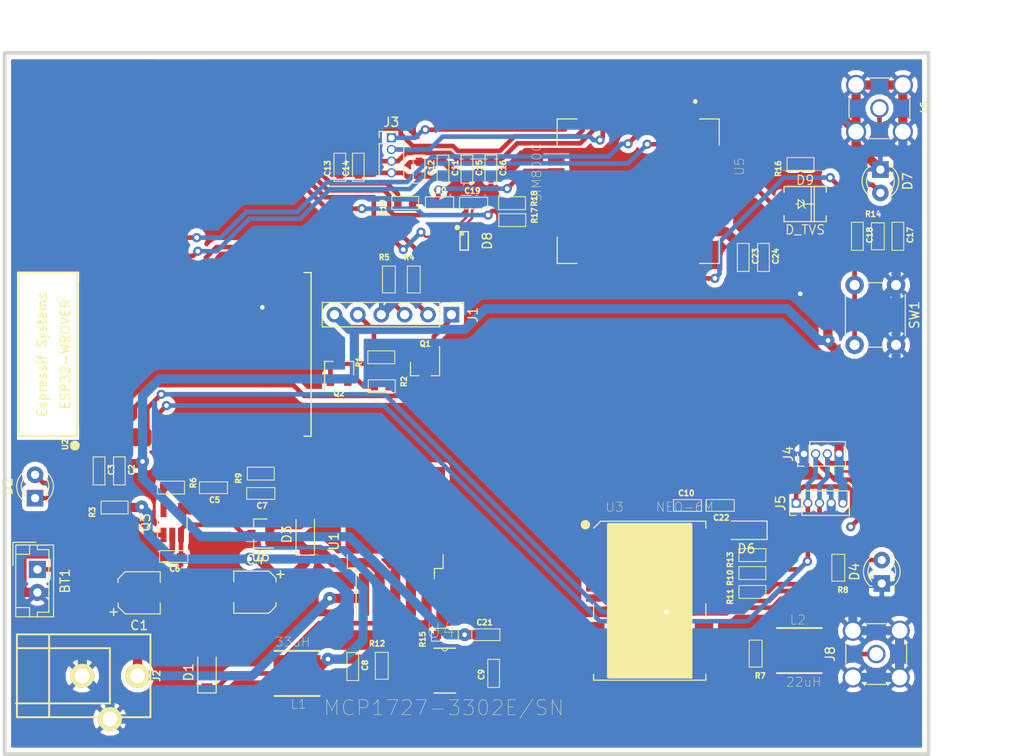
<source format=kicad_pcb>
(kicad_pcb (version 4) (host pcbnew 4.0.7-e2-6376~58~ubuntu17.04.1)
  (layers (0 F.Cu signal) (31 B.Cu signal) (34 B.Paste user) (35 F.Paste user hide) (36 B.SilkS user hide) (37 F.SilkS user) (38 B.Mask user hide) (39 F.Mask user hide) (44 Edge.Cuts user))
  (net 0 "")
  (net 1 "Net-(BT1-Pad1)")
  (net 2 GND)
  (net 3 +12V)
  (net 4 +3V3)
  (net 5 +5V)
  (net 6 /module_SIM800C/SPKN)
  (net 7 /module_SIM800C/SPKP)
  (net 8 "Net-(C17-Pad1)")
  (net 9 "Net-(C18-Pad1)")
  (net 10 "Net-(C19-Pad1)")
  (net 11 SIM_DATA)
  (net 12 "Net-(D1-Pad1)")
  (net 13 "Net-(D2-Pad2)")
  (net 14 "Net-(D2-Pad1)")
  (net 15 "Net-(D4-Pad2)")
  (net 16 "Net-(D6-Pad1)")
  (net 17 "Net-(D8-Pad3)")
  (net 18 "Net-(D8-Pad4)")
  (net 19 RTS)
  (net 20 RXD)
  (net 21 TXD)
  (net 22 DTR)
  (net 23 /module_SIM800C/MICP)
  (net 24 /module_SIM800C/MICN)
  (net 25 TXD-02)
  (net 26 RXD-02)
  (net 27 PULSE)
  (net 28 "Net-(L2-Pad1)")
  (net 29 "Net-(Q1-Pad2)")
  (net 30 EN)
  (net 31 GPIO0)
  (net 32 "Net-(Q2-Pad2)")
  (net 33 "Net-(Q3-Pad5)")
  (net 34 "Net-(R4-Pad2)")
  (net 35 "Net-(R5-Pad2)")
  (net 36 "Net-(R7-Pad1)")
  (net 37 "Net-(R10-Pad2)")
  (net 38 "Net-(R11-Pad2)")
  (net 39 "Net-(R13-Pad2)")
  (net 40 "Net-(R16-Pad2)")
  (net 41 "Net-(R17-Pad2)")
  (net 42 "Net-(R18-Pad2)")
  (net 43 SIM_TXD)
  (net 44 SIM_RXD)
  (net 45 "Net-(J7-Pad6)")
  (net 46 "Net-(D9-Pad1)")
  (net 47 "Net-(C9-Pad2)")
  (net 48 "Net-(R12-Pad1)")
  (net 49 "Net-(R15-Pad2)")
  (net 50 "Net-(D7-Pad2)")
  (net 51 "Net-(J8-Pad1)")
  (module footprint:C_0603 (layer F.Cu) (at 128.45 102.6)
    (fp_text reference C21 (at -0.127 -1.3335 180) (layer F.SilkS) (effects (font (size 0.6 0.6))))
    (fp_text value 10uF hide)
    (pad 2 smd rect (at 0.799999 0) (size 0.9 0.75) (layers F.Cu F.Paste F.Mask) (net 2 GND))
    (pad 1 smd rect (at -0.799999 0) (size 0.9 0.75) (layers F.Cu F.Paste F.Mask) (net 4 +3V3))
  )
  (module footprint:GPS24P-SMD-1.1-16X12.2MM (layer F.Cu) (at 146.25 98.9)
    (fp_text reference U3 (at -3.81531 -10.1742) (layer F.SilkS) (effects (font (size 1.00139 1.00139) (thickness 0.05))))
    (fp_text value NEO-6M (at 3.81243 -10.1665) (layer F.SilkS) (effects (font (size 1.00064 1.00064) (thickness 0.05))))
    (pad 1 smd rect (at -5.904 -6.888 180) (size 2 0.8) (layers F.Cu F.Paste F.Mask))
    (pad 2 smd rect (at -5.904 -5.788 180) (size 2 0.8) (layers F.Cu F.Paste F.Mask))
    (pad 3 smd rect (at -5.904 -4.688 180) (size 2 0.8) (layers F.Cu F.Paste F.Mask) (net 27 PULSE))
    (pad 4 smd rect (at -5.904 -3.588 180) (size 2 0.8) (layers F.Cu F.Paste F.Mask))
    (pad 5 smd rect (at -5.904 -2.488 180) (size 2 0.8) (layers F.Cu F.Paste F.Mask))
    (pad 6 smd rect (at -5.904 -1.388 180) (size 2 0.8) (layers F.Cu F.Paste F.Mask))
    (pad 7 smd rect (at -5.904 -0.288 180) (size 2 0.8) (layers F.Cu F.Paste F.Mask))
    (pad 8 smd rect (at -5.904 2.712 180) (size 2 0.8) (layers F.Cu F.Paste F.Mask) (net 36 "Net-(R7-Pad1)"))
    (pad 9 smd rect (at -5.904 3.812 180) (size 2 0.8) (layers F.Cu F.Paste F.Mask) (net 36 "Net-(R7-Pad1)"))
    (pad 10 smd rect (at -5.904 4.912 180) (size 2 0.8) (layers F.Cu F.Paste F.Mask) (net 2 GND))
    (pad 11 smd rect (at -5.904 6.012 180) (size 2 0.8) (layers F.Cu F.Paste F.Mask) (net 51 "Net-(J8-Pad1)"))
    (pad 12 smd rect (at -5.904 7.112 180) (size 2 0.8) (layers F.Cu F.Paste F.Mask) (net 2 GND))
    (pad 13 smd rect (at 5.896 7.112 180) (size 2 0.8) (layers F.Cu F.Paste F.Mask))
    (pad 14 smd rect (at 5.896 6.012 180) (size 2 0.8) (layers F.Cu F.Paste F.Mask))
    (pad 15 smd rect (at 5.896 4.912 180) (size 2 0.8) (layers F.Cu F.Paste F.Mask))
    (pad 16 smd rect (at 5.896 3.812 180) (size 2 0.8) (layers F.Cu F.Paste F.Mask))
    (pad 17 smd rect (at 5.896 2.712 180) (size 2 0.8) (layers F.Cu F.Paste F.Mask))
    (pad 18 smd rect (at 5.896 -0.288 180) (size 2 0.8) (layers F.Cu F.Paste F.Mask))
    (pad 19 smd rect (at 5.896 -1.388 180) (size 2 0.8) (layers F.Cu F.Paste F.Mask))
    (pad 20 smd rect (at 5.896 -2.488 180) (size 2 0.8) (layers F.Cu F.Paste F.Mask) (net 38 "Net-(R11-Pad2)"))
    (pad 21 smd rect (at 5.896 -3.588 180) (size 2 0.8) (layers F.Cu F.Paste F.Mask) (net 37 "Net-(R10-Pad2)"))
    (pad 22 smd rect (at 5.896 -4.688 180) (size 2 0.8) (layers F.Cu F.Paste F.Mask) (net 39 "Net-(R13-Pad2)"))
    (pad 23 smd rect (at 5.896 -5.788 180) (size 2 0.8) (layers F.Cu F.Paste F.Mask) (net 4 +3V3))
    (pad 24 smd rect (at 5.896 -6.888 180) (size 2 0.8) (layers F.Cu F.Paste F.Mask) (net 2 GND))
  )
  (module footprint:sim800C (layer F.Cu) (at 145 54.4 270)
    (fp_text reference U5 (at -2.66061 -10.9875 270) (layer F.SilkS) (effects (font (size 1.00023 1.00023) (thickness 0.05))))
    (fp_text value SIM800C (at -2.02659 11.0237 270) (layer F.SilkS) (effects (font (size 1.00079 1.00079) (thickness 0.05))))
    (pad 1 smd rect (at -7.95 -6.05 270) (size 1.8 0.6) (layers F.Cu F.Paste F.Mask) (net 43 SIM_TXD))
    (pad 2 smd rect (at -7.95 -4.95 270) (size 1.8 0.6) (layers F.Cu F.Paste F.Mask) (net 44 SIM_RXD))
    (pad 3 smd rect (at -7.95 -3.85 270) (size 1.8 0.6) (layers F.Cu F.Paste F.Mask))
    (pad 4 smd rect (at -7.95 -2.75 270) (size 1.8 0.6) (layers F.Cu F.Paste F.Mask))
    (pad 5 smd rect (at -7.95 -1.65 270) (size 1.8 0.6) (layers F.Cu F.Paste F.Mask))
    (pad 6 smd rect (at -7.95 -0.55 270) (size 1.8 0.6) (layers F.Cu F.Paste F.Mask))
    (pad 7 smd rect (at -7.95 0.55 270) (size 1.8 0.6) (layers F.Cu F.Paste F.Mask))
    (pad 8 smd rect (at -7.95 1.65 270) (size 1.8 0.6) (layers F.Cu F.Paste F.Mask) (net 2 GND))
    (pad 9 smd rect (at -7.95 2.75 270) (size 1.8 0.6) (layers F.Cu F.Paste F.Mask) (net 23 /module_SIM800C/MICP))
    (pad 10 smd rect (at -7.95 3.85 270) (size 1.8 0.6) (layers F.Cu F.Paste F.Mask) (net 24 /module_SIM800C/MICN))
    (pad 11 smd rect (at -7.95 4.95 270) (size 1.8 0.6) (layers F.Cu F.Paste F.Mask) (net 7 /module_SIM800C/SPKP))
    (pad 12 smd rect (at -7.95 6.05 270) (size 1.8 0.6) (layers F.Cu F.Paste F.Mask) (net 6 /module_SIM800C/SPKN))
    (pad 13 smd rect (at -4.4 8.9) (size 1.8 0.6) (layers F.Cu F.Paste F.Mask) (net 2 GND))
    (pad 14 smd rect (at -3.3 8.9) (size 1.8 0.6) (layers F.Cu F.Paste F.Mask))
    (pad 15 smd rect (at -2.2 8.9) (size 1.8 0.6) (layers F.Cu F.Paste F.Mask) (net 11 SIM_DATA))
    (pad 16 smd rect (at -1.1 8.9) (size 1.8 0.6) (layers F.Cu F.Paste F.Mask) (net 42 "Net-(R18-Pad2)"))
    (pad 17 smd rect (at 0 8.9) (size 1.8 0.6) (layers F.Cu F.Paste F.Mask) (net 41 "Net-(R17-Pad2)"))
    (pad 18 smd rect (at 1.1 8.9) (size 1.8 0.6) (layers F.Cu F.Paste F.Mask) (net 10 "Net-(C19-Pad1)"))
    (pad 19 smd rect (at 2.2 8.9) (size 1.8 0.6) (layers F.Cu F.Paste F.Mask) (net 2 GND))
    (pad 20 smd rect (at 3.3 8.9) (size 1.8 0.6) (layers F.Cu F.Paste F.Mask))
    (pad 21 smd rect (at 4.4 8.9) (size 1.8 0.6) (layers F.Cu F.Paste F.Mask) (net 2 GND))
    (pad 22 smd rect (at 7.95 6.05 90) (size 1.8 0.6) (layers F.Cu F.Paste F.Mask))
    (pad 23 smd rect (at 7.95 4.95 90) (size 1.8 0.6) (layers F.Cu F.Paste F.Mask))
    (pad 24 smd rect (at 7.95 3.85 90) (size 1.8 0.6) (layers F.Cu F.Paste F.Mask))
    (pad 25 smd rect (at 7.95 2.75 90) (size 1.8 0.6) (layers F.Cu F.Paste F.Mask))
    (pad 26 smd rect (at 7.95 1.65 90) (size 1.8 0.6) (layers F.Cu F.Paste F.Mask))
    (pad 27 smd rect (at 7.95 0.55 90) (size 1.8 0.6) (layers F.Cu F.Paste F.Mask) (net 2 GND))
    (pad 28 smd rect (at 7.95 -0.55 90) (size 1.8 0.6) (layers F.Cu F.Paste F.Mask) (net 4 +3V3))
    (pad 29 smd rect (at 7.95 -1.65 90) (size 1.8 0.6) (layers F.Cu F.Paste F.Mask))
    (pad 30 smd rect (at 7.95 -2.75 90) (size 1.8 0.6) (layers F.Cu F.Paste F.Mask) (net 2 GND))
    (pad 31 smd rect (at 7.95 -3.85 90) (size 1.8 0.6) (layers F.Cu F.Paste F.Mask) (net 2 GND))
    (pad 32 smd rect (at 7.95 -4.95 90) (size 1.8 0.6) (layers F.Cu F.Paste F.Mask) (net 9 "Net-(C18-Pad1)"))
    (pad 33 smd rect (at 7.95 -6.05 90) (size 1.8 0.6) (layers F.Cu F.Paste F.Mask) (net 2 GND))
    (pad 34 smd rect (at 4.4 -8.9 180) (size 1.8 0.6) (layers F.Cu F.Paste F.Mask) (net 4 +3V3))
    (pad 35 smd rect (at 3.3 -8.9 180) (size 1.8 0.6) (layers F.Cu F.Paste F.Mask) (net 4 +3V3))
    (pad 36 smd rect (at 2.2 -8.9 180) (size 1.8 0.6) (layers F.Cu F.Paste F.Mask) (net 2 GND))
    (pad 37 smd rect (at 1.1 -8.9 180) (size 1.8 0.6) (layers F.Cu F.Paste F.Mask) (net 2 GND))
    (pad 38 smd rect (at 0 -8.9 180) (size 1.8 0.6) (layers F.Cu F.Paste F.Mask))
    (pad 39 smd rect (at -1.1 -8.9 180) (size 1.8 0.6) (layers F.Cu F.Paste F.Mask) (net 46 "Net-(D9-Pad1)"))
    (pad 40 smd rect (at -2.2 -8.9 180) (size 1.8 0.6) (layers F.Cu F.Paste F.Mask))
    (pad 41 smd rect (at -3.3 -8.9 180) (size 1.8 0.6) (layers F.Cu F.Paste F.Mask) (net 40 "Net-(R16-Pad2)"))
    (pad 42 smd rect (at -4.4 -8.9 180) (size 1.8 0.6) (layers F.Cu F.Paste F.Mask))
  )
  (module footprint:CUI-PJ-102A_dc-barrel-jack (layer F.Cu) (at 87.63 107.061 90)
    (fp_text reference J2 (at 0 5.08 90) (layer F.SilkS) (effects (font (size 0.762 0.762) (thickness 0.1524))))
    (fp_text value Barrel_Jack hide)
    (pad 1 thru_hole circle (at 0 3 90) (size 2.6 2.6) (drill 1.6) (layers *.Cu *.Mask F.SilkS) (net 3 +12V))
    (pad 2 thru_hole circle (at 0 -3 90) (size 2.6 2.6) (drill 1.6) (layers *.Cu *.Mask F.SilkS) (net 2 GND))
    (pad 3 thru_hole circle (at -4.7 0 90) (size 2.6 2.6) (drill 1.6) (layers *.Cu *.Mask F.SilkS) (net 2 GND))
  )
  (module footprint:R_0603 (layer F.Cu) (at 171.025 59.3 90)
    (fp_text reference R14 (at 2.413 -0.508 180) (layer F.SilkS) (effects (font (size 0.6 0.6))))
    (fp_text value 10 hide)
    (pad 2 smd rect (at 0.799999 0 90) (size 0.8 0.9) (layers F.Cu F.Paste F.Mask) (net 8 "Net-(C17-Pad1)"))
    (pad 1 smd rect (at -0.799999 0 90) (size 0.8 0.9) (layers F.Cu F.Paste F.Mask) (net 9 "Net-(C18-Pad1)"))
  )
  (module footprint:R_0603 (layer F.Cu) (at 131.3 55.7)
    (fp_text reference R18 (at 2.413 -0.508 90) (layer F.SilkS) (effects (font (size 0.6 0.6))))
    (fp_text value 51 hide)
    (pad 2 smd rect (at 0.799999 0) (size 0.8 0.9) (layers F.Cu F.Paste F.Mask) (net 42 "Net-(R18-Pad2)"))
    (pad 1 smd rect (at -0.799999 0) (size 0.8 0.9) (layers F.Cu F.Paste F.Mask) (net 18 "Net-(D8-Pad4)"))
  )
  (module footprint:esp32-wrover-32S (layer F.Cu) (at 95.504 72.136 270)
    (fp_text reference U2 (at 9.788766 12.728355 270) (layer F.SilkS) (effects (font (size 0.6 0.6))))
    (fp_text value ESP32-WROVER-V3 hide)
    (fp_text user ESP32-WROVER (at 0 12.7 270) (layer F.SilkS))
    (fp_text user "Espressif Systems" (at 0 15.24 270) (layer F.SilkS))
    (pad 1 smd oval (at 9 10.16 270) (size 2 0.9) (layers F.Cu F.Paste F.Mask) (net 2 GND))
    (pad 2 smd oval (at 9 8.89 270) (size 2 0.9) (layers F.Cu F.Paste F.Mask) (net 4 +3V3))
    (pad 3 smd oval (at 9 7.62 270) (size 2 0.9) (layers F.Cu F.Paste F.Mask) (net 30 EN))
    (pad 4 smd oval (at 9 6.35 270) (size 2 0.9) (layers F.Cu F.Paste F.Mask))
    (pad 5 smd oval (at 9 5.08 270) (size 2 0.9) (layers F.Cu F.Paste F.Mask))
    (pad 6 smd oval (at 9 3.81 270) (size 2 0.9) (layers F.Cu F.Paste F.Mask) (net 26 RXD-02))
    (pad 7 smd oval (at 9 2.54 270) (size 2 0.9) (layers F.Cu F.Paste F.Mask) (net 25 TXD-02))
    (pad 8 smd oval (at 9 1.27 270) (size 2 0.9) (layers F.Cu F.Paste F.Mask))
    (pad 9 smd oval (at 9 0 270) (size 2 0.9) (layers F.Cu F.Paste F.Mask))
    (pad 10 smd oval (at 9 -1.27 270) (size 2 0.9) (layers F.Cu F.Paste F.Mask))
    (pad 11 smd oval (at 9 -2.54 270) (size 2 0.9) (layers F.Cu F.Paste F.Mask))
    (pad 12 smd oval (at 9 -3.81 270) (size 2 0.9) (layers F.Cu F.Paste F.Mask))
    (pad 13 smd oval (at 9 -5.08 270) (size 2 0.9) (layers F.Cu F.Paste F.Mask))
    (pad 14 smd oval (at 9 -6.35 270) (size 2 0.9) (layers F.Cu F.Paste F.Mask))
    (pad 15 smd oval (at 9 -7.62 270) (size 2 0.9) (layers F.Cu F.Paste F.Mask) (net 2 GND))
    (pad 16 smd oval (at 9 -8.89 270) (size 2 0.9) (layers F.Cu F.Paste F.Mask))
    (pad 17 smd oval (at 9 -10.16 270) (size 2 0.9) (layers F.Cu F.Paste F.Mask))
    (pad 18 smd oval (at 9 -11.43 270) (size 2 0.9) (layers F.Cu F.Paste F.Mask))
    (pad 19 smd oval (at 9 -12.7 270) (size 2 0.9) (layers F.Cu F.Paste F.Mask))
    (pad 20 smd oval (at -9 -12.7 270) (size 2 0.9) (layers F.Cu F.Paste F.Mask))
    (pad 21 smd oval (at -9 -11.43 270) (size 2 0.9) (layers F.Cu F.Paste F.Mask))
    (pad 22 smd oval (at -9 -10.16 270) (size 2 0.9) (layers F.Cu F.Paste F.Mask))
    (pad 23 smd oval (at -9 -8.89 270) (size 2 0.9) (layers F.Cu F.Paste F.Mask))
    (pad 24 smd oval (at -9 -7.62 270) (size 2 0.9) (layers F.Cu F.Paste F.Mask))
    (pad 25 smd oval (at -9 -6.35 270) (size 2 0.9) (layers F.Cu F.Paste F.Mask) (net 31 GPIO0))
    (pad 26 smd oval (at -9 -5.08 270) (size 2 0.9) (layers F.Cu F.Paste F.Mask))
    (pad 27 smd oval (at -9 -3.81 270) (size 2 0.9) (layers F.Cu F.Paste F.Mask) (net 35 "Net-(R5-Pad2)"))
    (pad 28 smd oval (at -9 -2.54 270) (size 2 0.9) (layers F.Cu F.Paste F.Mask) (net 34 "Net-(R4-Pad2)"))
    (pad 29 smd oval (at -9 -1.27 270) (size 2 0.9) (layers F.Cu F.Paste F.Mask))
    (pad 30 smd oval (at -9 0 270) (size 2 0.9) (layers F.Cu F.Paste F.Mask) (net 43 SIM_TXD))
    (pad 31 smd oval (at -9 1.27 270) (size 2 0.9) (layers F.Cu F.Paste F.Mask) (net 44 SIM_RXD))
    (pad 32 smd oval (at -9 2.54 270) (size 2 0.9) (layers F.Cu F.Paste F.Mask))
    (pad 33 smd oval (at -9 3.81 270) (size 2 0.9) (layers F.Cu F.Paste F.Mask))
    (pad 34 smd oval (at -9 5.08 270) (size 2 0.9) (layers F.Cu F.Paste F.Mask))
    (pad 35 smd oval (at -9 6.35 270) (size 2 0.9) (layers F.Cu F.Paste F.Mask))
    (pad 36 smd oval (at -9 7.62 270) (size 2 0.9) (layers F.Cu F.Paste F.Mask))
    (pad 37 smd oval (at -9 8.89 270) (size 2 0.9) (layers F.Cu F.Paste F.Mask))
    (pad 38 smd oval (at -9 10.16 270) (size 2 0.9) (layers F.Cu F.Paste F.Mask) (net 2 GND))
  )
  (module Socket_Strips:Socket_Strip_Straight_1x06_Pitch2.54mm (layer F.Cu) (at 124.714 67.818 270)
    (fp_text reference J1 (at 0 -2.33 270) (layer F.SilkS))
    (fp_text value Conn_01x06)
    (pad 1 thru_hole rect (at 0 0 270) (size 1.7 1.7) (drill 1) (layers *.Cu *.Mask) (net 19 RTS))
    (pad 2 thru_hole oval (at 0 2.54 270) (size 1.7 1.7) (drill 1) (layers *.Cu *.Mask) (net 20 RXD))
    (pad 3 thru_hole oval (at 0 5.08 270) (size 1.7 1.7) (drill 1) (layers *.Cu *.Mask) (net 21 TXD))
    (pad 4 thru_hole oval (at 0 7.62 270) (size 1.7 1.7) (drill 1) (layers *.Cu *.Mask) (net 2 GND))
    (pad 5 thru_hole oval (at 0 10.16 270) (size 1.7 1.7) (drill 1) (layers *.Cu *.Mask) (net 22 DTR))
    (pad 6 thru_hole oval (at 0 12.7 270) (size 1.7 1.7) (drill 1) (layers *.Cu *.Mask) (net 4 +3V3))
  )
  (module footprint:C_0603 (layer F.Cu) (at 94.55 94.1 180)
    (fp_text reference C6 (at -0.127 -1.3335 360) (layer F.SilkS) (effects (font (size 0.6 0.6))))
    (fp_text value 4.7uF hide)
    (pad 2 smd rect (at 0.799999 0 180) (size 0.9 0.75) (layers F.Cu F.Paste F.Mask) (net 2 GND))
    (pad 1 smd rect (at -0.799999 0 180) (size 0.9 0.75) (layers F.Cu F.Paste F.Mask) (net 1 "Net-(BT1-Pad1)"))
  )
  (module Capacitors_SMD:CP_Elec_4x5.3 (layer F.Cu) (at 90.805 98.044)
    (fp_text reference C1 (at 0 3.54) (layer F.SilkS))
    (fp_text value 680uF)
    (fp_text user + (at -2.77 2.01) (layer F.SilkS))
    (pad 1 smd rect (at -1.8 0 180) (size 2.6 1.6) (layers F.Cu F.Paste F.Mask) (net 3 +12V))
    (pad 2 smd rect (at 1.8 0 180) (size 2.6 1.6) (layers F.Cu F.Paste F.Mask) (net 2 GND))
  )
  (module footprint:C_0603 (layer F.Cu) (at 88.65 84.8 270)
    (fp_text reference C2 (at -0.127 -1.3335 450) (layer F.SilkS) (effects (font (size 0.6 0.6))))
    (fp_text value 10uF hide)
    (pad 2 smd rect (at 0.799999 0 270) (size 0.9 0.75) (layers F.Cu F.Paste F.Mask) (net 2 GND))
    (pad 1 smd rect (at -0.799999 0 270) (size 0.9 0.75) (layers F.Cu F.Paste F.Mask) (net 4 +3V3))
  )
  (module footprint:C_0603 (layer F.Cu) (at 86.45 84.8 270)
    (fp_text reference C3 (at -0.127 -1.3335 450) (layer F.SilkS) (effects (font (size 0.6 0.6))))
    (fp_text value 10uF hide)
    (pad 2 smd rect (at 0.799999 0 270) (size 0.9 0.75) (layers F.Cu F.Paste F.Mask) (net 2 GND))
    (pad 1 smd rect (at -0.799999 0 270) (size 0.9 0.75) (layers F.Cu F.Paste F.Mask) (net 4 +3V3))
  )
  (module Capacitors_SMD:CP_Elec_4x5.3 (layer F.Cu) (at 103.375 97.975 180)
    (fp_text reference C4 (at 0 3.54 180) (layer F.SilkS))
    (fp_text value 220uF)
    (fp_text user + (at -2.77 2.01 180) (layer F.SilkS))
    (pad 1 smd rect (at -1.8 0) (size 2.6 1.6) (layers F.Cu F.Paste F.Mask) (net 5 +5V))
    (pad 2 smd rect (at 1.8 0) (size 2.6 1.6) (layers F.Cu F.Paste F.Mask) (net 2 GND))
  )
  (module footprint:C_0603 (layer F.Cu) (at 98.875 86.625 180)
    (fp_text reference C5 (at -0.127 -1.3335 360) (layer F.SilkS) (effects (font (size 0.6 0.6))))
    (fp_text value 4.7uF hide)
    (pad 2 smd rect (at 0.799999 0 180) (size 0.9 0.75) (layers F.Cu F.Paste F.Mask) (net 5 +5V))
    (pad 1 smd rect (at -0.799999 0 180) (size 0.9 0.75) (layers F.Cu F.Paste F.Mask) (net 2 GND))
  )
  (module footprint:C_0603 (layer F.Cu) (at 104.013 87.249 180)
    (fp_text reference C7 (at -0.127 -1.3335 360) (layer F.SilkS) (effects (font (size 0.6 0.6))))
    (fp_text value 1uF hide)
    (pad 2 smd rect (at 0.799999 0 180) (size 0.9 0.75) (layers F.Cu F.Paste F.Mask) (net 2 GND))
    (pad 1 smd rect (at -0.799999 0 180) (size 0.9 0.75) (layers F.Cu F.Paste F.Mask) (net 5 +5V))
  )
  (module footprint:C_0603 (layer F.Cu) (at 114 106.05 270)
    (fp_text reference C8 (at -0.127 -1.3335 450) (layer F.SilkS) (effects (font (size 0.6 0.6))))
    (fp_text value 10uF hide)
    (pad 2 smd rect (at 0.799999 0 270) (size 0.9 0.75) (layers F.Cu F.Paste F.Mask) (net 2 GND))
    (pad 1 smd rect (at -0.799999 0 270) (size 0.9 0.75) (layers F.Cu F.Paste F.Mask) (net 5 +5V))
  )
  (module footprint:C_0603 (layer F.Cu) (at 129.3 106.8 90)
    (fp_text reference C9 (at -0.127 -1.3335 270) (layer F.SilkS) (effects (font (size 0.6 0.6))))
    (fp_text value 1uF hide)
    (pad 2 smd rect (at 0.799999 0 90) (size 0.9 0.75) (layers F.Cu F.Paste F.Mask) (net 47 "Net-(C9-Pad2)"))
    (pad 1 smd rect (at -0.799999 0 90) (size 0.9 0.75) (layers F.Cu F.Paste F.Mask) (net 2 GND))
  )
  (module footprint:C_0603 (layer F.Cu) (at 150.35 88.55)
    (fp_text reference C10 (at -0.127 -1.3335 180) (layer F.SilkS) (effects (font (size 0.6 0.6))))
    (fp_text value 10uF hide)
    (pad 2 smd rect (at 0.799999 0) (size 0.9 0.75) (layers F.Cu F.Paste F.Mask) (net 2 GND))
    (pad 1 smd rect (at -0.799999 0) (size 0.9 0.75) (layers F.Cu F.Paste F.Mask) (net 4 +3V3))
  )
  (module footprint:C_0603 (layer F.Cu) (at 123.8 52 270)
    (fp_text reference C11 (at -0.127 -1.3335 450) (layer F.SilkS) (effects (font (size 0.6 0.6))))
    (fp_text value 33pF hide)
    (pad 2 smd rect (at 0.799999 0 270) (size 0.9 0.75) (layers F.Cu F.Paste F.Mask) (net 6 /module_SIM800C/SPKN))
    (pad 1 smd rect (at -0.799999 0 270) (size 0.9 0.75) (layers F.Cu F.Paste F.Mask) (net 2 GND))
  )
  (module footprint:C_0603 (layer F.Cu) (at 121.2 52 270)
    (fp_text reference C12 (at -0.127 -1.3335 450) (layer F.SilkS) (effects (font (size 0.6 0.6))))
    (fp_text value 10pF hide)
    (pad 2 smd rect (at 0.799999 0 270) (size 0.9 0.75) (layers F.Cu F.Paste F.Mask) (net 6 /module_SIM800C/SPKN))
    (pad 1 smd rect (at -0.799999 0 270) (size 0.9 0.75) (layers F.Cu F.Paste F.Mask) (net 2 GND))
  )
  (module footprint:C_0603 (layer F.Cu) (at 112.6 51.8 90)
    (fp_text reference C13 (at -0.127 -1.3335 270) (layer F.SilkS) (effects (font (size 0.6 0.6))))
    (fp_text value 10pF hide)
    (pad 2 smd rect (at 0.799999 0 90) (size 0.9 0.75) (layers F.Cu F.Paste F.Mask) (net 7 /module_SIM800C/SPKP))
    (pad 1 smd rect (at -0.799999 0 90) (size 0.9 0.75) (layers F.Cu F.Paste F.Mask) (net 6 /module_SIM800C/SPKN))
  )
  (module footprint:C_0603 (layer F.Cu) (at 114.6 51.8 90)
    (fp_text reference C14 (at -0.127 -1.3335 270) (layer F.SilkS) (effects (font (size 0.6 0.6))))
    (fp_text value 33pF hide)
    (pad 2 smd rect (at 0.799999 0 90) (size 0.9 0.75) (layers F.Cu F.Paste F.Mask) (net 7 /module_SIM800C/SPKP))
    (pad 1 smd rect (at -0.799999 0 90) (size 0.9 0.75) (layers F.Cu F.Paste F.Mask) (net 6 /module_SIM800C/SPKN))
  )
  (module footprint:C_0603 (layer F.Cu) (at 126.4 52 270)
    (fp_text reference C15 (at -0.127 -1.3335 450) (layer F.SilkS) (effects (font (size 0.6 0.6))))
    (fp_text value 33pF hide)
    (pad 2 smd rect (at 0.799999 0 270) (size 0.9 0.75) (layers F.Cu F.Paste F.Mask) (net 2 GND))
    (pad 1 smd rect (at -0.799999 0 270) (size 0.9 0.75) (layers F.Cu F.Paste F.Mask) (net 7 /module_SIM800C/SPKP))
  )
  (module footprint:C_0603 (layer F.Cu) (at 129 52 270)
    (fp_text reference C16 (at -0.127 -1.3335 450) (layer F.SilkS) (effects (font (size 0.6 0.6))))
    (fp_text value 10pF hide)
    (pad 2 smd rect (at 0.799999 0 270) (size 0.9 0.75) (layers F.Cu F.Paste F.Mask) (net 2 GND))
    (pad 1 smd rect (at -0.799999 0 270) (size 0.9 0.75) (layers F.Cu F.Paste F.Mask) (net 7 /module_SIM800C/SPKP))
  )
  (module footprint:C_0603 (layer F.Cu) (at 173.2 59.3 270)
    (fp_text reference C17 (at -0.127 -1.3335 450) (layer F.SilkS) (effects (font (size 0.6 0.6))))
    (fp_text value 1nF hide)
    (pad 2 smd rect (at 0.799999 0 270) (size 0.9 0.75) (layers F.Cu F.Paste F.Mask) (net 2 GND))
    (pad 1 smd rect (at -0.799999 0 270) (size 0.9 0.75) (layers F.Cu F.Paste F.Mask) (net 8 "Net-(C17-Pad1)"))
  )
  (module footprint:C_0603 (layer F.Cu) (at 168.8 59.3 270)
    (fp_text reference C18 (at -0.127 -1.3335 450) (layer F.SilkS) (effects (font (size 0.6 0.6))))
    (fp_text value 10nF hide)
    (pad 2 smd rect (at 0.799999 0 270) (size 0.9 0.75) (layers F.Cu F.Paste F.Mask) (net 2 GND))
    (pad 1 smd rect (at -0.799999 0 270) (size 0.9 0.75) (layers F.Cu F.Paste F.Mask) (net 9 "Net-(C18-Pad1)"))
  )
  (module footprint:C_0603 (layer F.Cu) (at 127.125 55.7)
    (fp_text reference C19 (at -0.127 -1.3335 180) (layer F.SilkS) (effects (font (size 0.6 0.6))))
    (fp_text value 100nF hide)
    (pad 2 smd rect (at 0.799999 0) (size 0.9 0.75) (layers F.Cu F.Paste F.Mask) (net 2 GND))
    (pad 1 smd rect (at -0.799999 0) (size 0.9 0.75) (layers F.Cu F.Paste F.Mask) (net 10 "Net-(C19-Pad1)"))
  )
  (module footprint:C_0603 (layer F.Cu) (at 123.425 55.65)
    (fp_text reference C20 (at -0.127 -1.3335 180) (layer F.SilkS) (effects (font (size 0.6 0.6))))
    (fp_text value 22pF hide)
    (pad 2 smd rect (at 0.799999 0) (size 0.9 0.75) (layers F.Cu F.Paste F.Mask) (net 2 GND))
    (pad 1 smd rect (at -0.799999 0) (size 0.9 0.75) (layers F.Cu F.Paste F.Mask) (net 11 SIM_DATA))
  )
  (module Diodes_SMD:D_SOD-123 (layer F.Cu) (at 98.171 106.68 90)
    (fp_text reference D1 (at 0 -2 90) (layer F.SilkS))
    (fp_text value D_Schottky)
    (pad 1 smd rect (at -1.65 0 90) (size 0.9 1.2) (layers F.Cu F.Paste F.Mask) (net 12 "Net-(D1-Pad1)"))
    (pad 2 smd rect (at 1.65 0 90) (size 0.9 1.2) (layers F.Cu F.Paste F.Mask) (net 2 GND))
  )
  (module Diodes_SMD:D_SOD-123 (layer F.Cu) (at 108.839 91.694 90)
    (fp_text reference D3 (at 0 -2 90) (layer F.SilkS))
    (fp_text value D_Schottky)
    (pad 1 smd rect (at -1.65 0 90) (size 0.9 1.2) (layers F.Cu F.Paste F.Mask) (net 5 +5V))
    (pad 2 smd rect (at 1.65 0 90) (size 0.9 1.2) (layers F.Cu F.Paste F.Mask) (net 5 +5V))
  )
  (module Diodes_SMD:D_SOD-123 (layer F.Cu) (at 156.75 91.25 180)
    (fp_text reference D6 (at 0 -2 180) (layer F.SilkS))
    (fp_text value 1N4148)
    (pad 1 smd rect (at -1.65 0 180) (size 0.9 1.2) (layers F.Cu F.Paste F.Mask) (net 16 "Net-(D6-Pad1)"))
    (pad 2 smd rect (at 1.65 0 180) (size 0.9 1.2) (layers F.Cu F.Paste F.Mask) (net 4 +3V3))
  )
  (module footprint:SC70-6L (layer F.Cu) (at 126.1 59.8 270)
    (fp_text reference D8 (at 0 -2.5 270) (layer F.SilkS))
    (fp_text value SMF05C hide)
    (pad 1 smd rect (at -0.65 1 270) (size 0.45 0.8) (layers F.Cu F.Paste F.Mask) (net 10 "Net-(C19-Pad1)"))
    (pad 2 smd rect (at 0 1 270) (size 0.45 0.8) (layers F.Cu F.Paste F.Mask) (net 2 GND))
    (pad 3 smd rect (at 0.65 1 270) (size 0.45 0.8) (layers F.Cu F.Paste F.Mask) (net 17 "Net-(D8-Pad3)"))
    (pad 4 smd rect (at 0.65 -1 270) (size 0.45 0.8) (layers F.Cu F.Paste F.Mask) (net 18 "Net-(D8-Pad4)"))
    (pad 5 smd rect (at 0 -1 270) (size 0.45 0.8) (layers F.Cu F.Paste F.Mask) (net 2 GND))
    (pad 6 smd rect (at -0.65 -1 270) (size 0.45 0.8) (layers F.Cu F.Paste F.Mask))
  )
  (module "footprint:DO-214AC(SMA)" (layer F.Cu) (at 163.125 55.8)
    (fp_text reference D9 (at 0 -2.60096) (layer F.SilkS) (effects (font (size 1.00076 1.00076) (thickness 0.11938))))
    (fp_text value D_TVS (at 0 2.79908) (layer F.SilkS) (effects (font (size 1.00076 1.00076) (thickness 0.11938))))
    (pad 1 smd rect (at -1.89992 0) (size 1.6002 2.19964) (layers F.Cu F.Paste F.Mask) (net 46 "Net-(D9-Pad1)"))
    (pad 2 smd rect (at 1.89992 0) (size 1.6002 2.19964) (layers F.Cu F.Paste F.Mask) (net 2 GND))
  )
  (module Socket_Strips:Socket_Strip_Straight_1x04_Pitch1.27mm (layer F.Cu) (at 118.2 48.6)
    (fp_text reference J3 (at 0 -1.695) (layer F.SilkS))
    (fp_text value Conn_01x04)
    (pad 1 thru_hole rect (at 0 0) (size 1 1) (drill 0.7) (layers *.Cu *.Mask) (net 23 /module_SIM800C/MICP))
    (pad 2 thru_hole oval (at 0 1.27) (size 1 1) (drill 0.7) (layers *.Cu *.Mask) (net 24 /module_SIM800C/MICN))
    (pad 3 thru_hole oval (at 0 2.54) (size 1 1) (drill 0.7) (layers *.Cu *.Mask) (net 7 /module_SIM800C/SPKP))
    (pad 4 thru_hole oval (at 0 3.81) (size 1 1) (drill 0.7) (layers *.Cu *.Mask) (net 6 /module_SIM800C/SPKN))
  )
  (module Socket_Strips:Socket_Strip_Straight_1x04_Pitch1.27mm (layer F.Cu) (at 163 82.95 90)
    (fp_text reference J4 (at 0 -1.695 90) (layer F.SilkS))
    (fp_text value Conn_01x04)
    (pad 1 thru_hole rect (at 0 0 90) (size 1 1) (drill 0.7) (layers *.Cu *.Mask) (net 2 GND))
    (pad 2 thru_hole oval (at 0 1.27 90) (size 1 1) (drill 0.7) (layers *.Cu *.Mask) (net 25 TXD-02))
    (pad 3 thru_hole oval (at 0 2.54 90) (size 1 1) (drill 0.7) (layers *.Cu *.Mask) (net 26 RXD-02))
    (pad 4 thru_hole oval (at 0 3.81 90) (size 1 1) (drill 0.7) (layers *.Cu *.Mask) (net 4 +3V3))
  )
  (module Socket_Strips:Socket_Strip_Straight_1x05_Pitch1.27mm (layer F.Cu) (at 162.15 88.3 90)
    (fp_text reference J5 (at 0 -1.695 90) (layer F.SilkS))
    (fp_text value Conn_01x05)
    (pad 1 thru_hole rect (at 0 0 90) (size 1 1) (drill 0.7) (layers *.Cu *.Mask) (net 27 PULSE))
    (pad 2 thru_hole oval (at 0 1.27 90) (size 1 1) (drill 0.7) (layers *.Cu *.Mask) (net 25 TXD-02))
    (pad 3 thru_hole oval (at 0 2.54 90) (size 1 1) (drill 0.7) (layers *.Cu *.Mask) (net 26 RXD-02))
    (pad 4 thru_hole oval (at 0 3.81 90) (size 1 1) (drill 0.7) (layers *.Cu *.Mask) (net 2 GND))
    (pad 5 thru_hole oval (at 0 5.08 90) (size 1 1) (drill 0.7) (layers *.Cu *.Mask) (net 4 +3V3))
  )
  (module footprint:SMA_Straight (layer F.Cu) (at 171.2 45.4 270)
    (fp_text reference J6 (at 0 -5 270) (layer F.SilkS))
    (fp_text value LEMO2)
    (pad 2 thru_hole circle (at -2.54 2.54 270) (size 2.2 2.2) (drill 1.7) (layers *.Cu *.Mask) (net 2 GND))
    (pad 2 thru_hole circle (at -2.54 -2.54 270) (size 2.2 2.2) (drill 1.7) (layers *.Cu *.Mask) (net 2 GND))
    (pad 2 thru_hole circle (at 2.54 -2.54 270) (size 2.2 2.2) (drill 1.7) (layers *.Cu *.Mask) (net 2 GND))
    (pad 2 thru_hole circle (at 2.54 2.54 270) (size 2.2 2.2) (drill 1.7) (layers *.Cu *.Mask) (net 2 GND))
    (pad 1 thru_hole circle (at 0 0 270) (size 2 2) (drill 1.5) (layers *.Cu *.Mask) (net 8 "Net-(C17-Pad1)"))
  )
  (module footprint:MOLEX_47553-2001_SIMCARD (layer F.Cu) (at 104.065 57.41 180)
    (fp_text reference J7 hide)
    (fp_text value SIM_Card hide)
    (pad 3 smd rect (at 3.74 7.02 180) (size 3.8 1) (layers F.Cu F.Paste F.Mask) (net 18 "Net-(D8-Pad4)"))
    (pad "" smd rect (at 8.65 0.9 180) (size 4.5 3) (layers F.Cu F.Paste F.Mask))
    (pad "" smd rect (at 8.65 15.5 180) (size 4.5 3) (layers F.Cu F.Paste F.Mask))
    (pad 2 smd rect (at 3.74 9.56 180) (size 3.8 1) (layers F.Cu F.Paste F.Mask) (net 17 "Net-(D8-Pad3)"))
    (pad 1 smd rect (at 3.74 12.1 180) (size 3.8 1) (layers F.Cu F.Paste F.Mask) (net 10 "Net-(C19-Pad1)"))
    (pad 6 smd rect (at 15.64 7.02 180) (size 3.8 1) (layers F.Cu F.Paste F.Mask) (net 45 "Net-(J7-Pad6)"))
    (pad 5 smd rect (at 15.64 9.56 180) (size 3.8 1) (layers F.Cu F.Paste F.Mask))
    (pad 4 smd rect (at 15.64 12.1 180) (size 3.8 1) (layers F.Cu F.Paste F.Mask) (net 2 GND))
  )
  (module footprint:SMA_Straight (layer F.Cu) (at 170.85 104.7 90)
    (fp_text reference J8 (at 0 -5 90) (layer F.SilkS))
    (fp_text value LEMO2)
    (pad 2 thru_hole circle (at -2.54 2.54 90) (size 2.2 2.2) (drill 1.7) (layers *.Cu *.Mask) (net 2 GND))
    (pad 2 thru_hole circle (at -2.54 -2.54 90) (size 2.2 2.2) (drill 1.7) (layers *.Cu *.Mask) (net 2 GND))
    (pad 2 thru_hole circle (at 2.54 -2.54 90) (size 2.2 2.2) (drill 1.7) (layers *.Cu *.Mask) (net 2 GND))
    (pad 2 thru_hole circle (at 2.54 2.54 90) (size 2.2 2.2) (drill 1.7) (layers *.Cu *.Mask) (net 2 GND))
    (pad 1 thru_hole circle (at 0 0 90) (size 2 2) (drill 1.5) (layers *.Cu *.Mask) (net 51 "Net-(J8-Pad1)"))
  )
  (module footprint:INDUCTOR_SMD_DIP2 (layer F.Cu) (at 107.95 106.807 180)
    (fp_text reference L1 (at -0.160146 -3.33805 180) (layer F.SilkS) (effects (font (size 1.00091 1.00091) (thickness 0.05))))
    (fp_text value 33uH (at 0.475691 3.41997 180) (layer F.SilkS) (effects (font (size 1.00146 1.00146) (thickness 0.05))))
    (pad 1 smd rect (at -1.8 0 180) (size 1.5 4) (layers F.Cu F.Paste F.Mask) (net 5 +5V))
    (pad 2 smd rect (at 1.8 0 180) (size 1.5 4) (layers F.Cu F.Paste F.Mask) (net 12 "Net-(D1-Pad1)"))
  )
  (module footprint:INDUCTOR_SMD_DIP2 (layer F.Cu) (at 162.5 104.325)
    (fp_text reference L2 (at -0.160146 -3.33805) (layer F.SilkS) (effects (font (size 1.00091 1.00091) (thickness 0.05))))
    (fp_text value 22uH (at 0.475691 3.41997) (layer F.SilkS) (effects (font (size 1.00146 1.00146) (thickness 0.05))))
    (pad 1 smd rect (at -1.8 0) (size 1.5 4) (layers F.Cu F.Paste F.Mask) (net 28 "Net-(L2-Pad1)"))
    (pad 2 smd rect (at 1.8 0) (size 1.5 4) (layers F.Cu F.Paste F.Mask) (net 51 "Net-(J8-Pad1)"))
  )
  (module footprint:SOT-23_standar (layer F.Cu) (at 121.85 73.7 270)
    (fp_text reference Q1 (at -2.714571 -0.019144 360) (layer F.SilkS) (effects (font (size 0.6 0.6))))
    (fp_text value S8050 hide)
    (pad 1 smd rect (at -1.3 -0.95 270) (size 1.2 0.8) (layers F.Cu F.Paste F.Mask) (net 19 RTS))
    (pad 2 smd rect (at -1.3 0.95 270) (size 1.2 0.8) (layers F.Cu F.Paste F.Mask) (net 29 "Net-(Q1-Pad2)"))
    (pad 3 smd rect (at 1.3 0 270) (size 1.2 0.8) (layers F.Cu F.Paste F.Mask) (net 30 EN))
  )
  (module footprint:SOT-23_standar (layer F.Cu) (at 112.522 73.66 90)
    (fp_text reference Q2 (at -2.714571 -0.019144 180) (layer F.SilkS) (effects (font (size 0.6 0.6))))
    (fp_text value S8050 hide)
    (pad 1 smd rect (at -1.3 -0.95 90) (size 1.2 0.8) (layers F.Cu F.Paste F.Mask) (net 31 GPIO0))
    (pad 2 smd rect (at -1.3 0.95 90) (size 1.2 0.8) (layers F.Cu F.Paste F.Mask) (net 32 "Net-(Q2-Pad2)"))
    (pad 3 smd rect (at 1.3 0 90) (size 1.2 0.8) (layers F.Cu F.Paste F.Mask) (net 22 DTR))
  )
  (module TO_SOT_Packages_SMD:SOT-23-5_HandSoldering (layer F.Cu) (at 94.4 90.4 90)
    (fp_text reference Q3 (at 0 -2.9 90) (layer F.SilkS))
    (fp_text value MCP73832)
    (pad 1 smd rect (at -1.35 -0.95 90) (size 1.56 0.65) (layers F.Cu F.Paste F.Mask) (net 14 "Net-(D2-Pad1)"))
    (pad 2 smd rect (at -1.35 0 90) (size 1.56 0.65) (layers F.Cu F.Paste F.Mask) (net 2 GND))
    (pad 3 smd rect (at -1.35 0.95 90) (size 1.56 0.65) (layers F.Cu F.Paste F.Mask) (net 1 "Net-(BT1-Pad1)"))
    (pad 4 smd rect (at 1.35 0.95 90) (size 1.56 0.65) (layers F.Cu F.Paste F.Mask) (net 5 +5V))
    (pad 5 smd rect (at 1.35 -0.95 90) (size 1.56 0.65) (layers F.Cu F.Paste F.Mask) (net 33 "Net-(Q3-Pad5)"))
  )
  (module footprint:R_0603 (layer F.Cu) (at 117.1 72.45 180)
    (fp_text reference R1 (at 2.413 -0.508 270) (layer F.SilkS) (effects (font (size 0.6 0.6))))
    (fp_text value 10k hide)
    (pad 2 smd rect (at 0.799999 0 180) (size 0.8 0.9) (layers F.Cu F.Paste F.Mask) (net 22 DTR))
    (pad 1 smd rect (at -0.799999 0 180) (size 0.8 0.9) (layers F.Cu F.Paste F.Mask) (net 29 "Net-(Q1-Pad2)"))
  )
  (module footprint:R_0603 (layer F.Cu) (at 117.15 75.6)
    (fp_text reference R2 (at 2.413 -0.508 90) (layer F.SilkS) (effects (font (size 0.6 0.6))))
    (fp_text value 10k hide)
    (pad 2 smd rect (at 0.799999 0) (size 0.8 0.9) (layers F.Cu F.Paste F.Mask) (net 19 RTS))
    (pad 1 smd rect (at -0.799999 0) (size 0.8 0.9) (layers F.Cu F.Paste F.Mask) (net 32 "Net-(Q2-Pad2)"))
  )
  (module footprint:R_0603 (layer F.Cu) (at 88.138 88.775 180)
    (fp_text reference R3 (at 2.413 -0.508 270) (layer F.SilkS) (effects (font (size 0.6 0.6))))
    (fp_text value 470 hide)
    (pad 2 smd rect (at 0.799999 0 180) (size 0.8 0.9) (layers F.Cu F.Paste F.Mask) (net 13 "Net-(D2-Pad2)"))
    (pad 1 smd rect (at -0.799999 0 180) (size 0.8 0.9) (layers F.Cu F.Paste F.Mask) (net 5 +5V))
  )
  (module footprint:R_0603 (layer F.Cu) (at 120.625 64 90)
    (fp_text reference R4 (at 2.413 -0.508 180) (layer F.SilkS) (effects (font (size 0.6 0.6))))
    (fp_text value 470 hide)
    (pad 2 smd rect (at 0.799999 0 90) (size 0.8 0.9) (layers F.Cu F.Paste F.Mask) (net 34 "Net-(R4-Pad2)"))
    (pad 1 smd rect (at -0.799999 0 90) (size 0.8 0.9) (layers F.Cu F.Paste F.Mask) (net 20 RXD))
  )
  (module footprint:R_0603 (layer F.Cu) (at 117.925 64 90)
    (fp_text reference R5 (at 2.413 -0.508 180) (layer F.SilkS) (effects (font (size 0.6 0.6))))
    (fp_text value 470 hide)
    (pad 2 smd rect (at 0.799999 0 90) (size 0.8 0.9) (layers F.Cu F.Paste F.Mask) (net 35 "Net-(R5-Pad2)"))
    (pad 1 smd rect (at -0.799999 0 90) (size 0.8 0.9) (layers F.Cu F.Paste F.Mask) (net 21 TXD))
  )
  (module footprint:R_0603 (layer F.Cu) (at 94.26 86.61)
    (fp_text reference R6 (at 2.413 -0.508 90) (layer F.SilkS) (effects (font (size 0.6 0.6))))
    (fp_text value 10k hide)
    (pad 2 smd rect (at 0.799999 0) (size 0.8 0.9) (layers F.Cu F.Paste F.Mask) (net 2 GND))
    (pad 1 smd rect (at -0.799999 0) (size 0.8 0.9) (layers F.Cu F.Paste F.Mask) (net 33 "Net-(Q3-Pad5)"))
  )
  (module footprint:R_0603 (layer F.Cu) (at 157.75 104.65 270)
    (fp_text reference R7 (at 2.413 -0.508 360) (layer F.SilkS) (effects (font (size 0.6 0.6))))
    (fp_text value 220 hide)
    (pad 2 smd rect (at 0.799999 0 270) (size 0.8 0.9) (layers F.Cu F.Paste F.Mask) (net 28 "Net-(L2-Pad1)"))
    (pad 1 smd rect (at -0.799999 0 270) (size 0.8 0.9) (layers F.Cu F.Paste F.Mask) (net 36 "Net-(R7-Pad1)"))
  )
  (module footprint:R_0603 (layer F.Cu) (at 166.725 95.325 270)
    (fp_text reference R8 (at 2.413 -0.508 360) (layer F.SilkS) (effects (font (size 0.6 0.6))))
    (fp_text value 330 hide)
    (pad 2 smd rect (at 0.799999 0 270) (size 0.8 0.9) (layers F.Cu F.Paste F.Mask) (net 27 PULSE))
    (pad 1 smd rect (at -0.799999 0 270) (size 0.8 0.9) (layers F.Cu F.Paste F.Mask) (net 15 "Net-(D4-Pad2)"))
  )
  (module footprint:R_0603 (layer F.Cu) (at 104.013 85.09 180)
    (fp_text reference R9 (at 2.413 -0.508 270) (layer F.SilkS) (effects (font (size 0.6 0.6))))
    (fp_text value 100k hide)
    (pad 2 smd rect (at 0.799999 0 180) (size 0.8 0.9) (layers F.Cu F.Paste F.Mask) (net 2 GND))
    (pad 1 smd rect (at -0.799999 0 180) (size 0.8 0.9) (layers F.Cu F.Paste F.Mask) (net 5 +5V))
  )
  (module footprint:R_0603 (layer F.Cu) (at 157.4 95.9 180)
    (fp_text reference R10 (at 2.413 -0.508 270) (layer F.SilkS) (effects (font (size 0.6 0.6))))
    (fp_text value 10 hide)
    (pad 2 smd rect (at 0.799999 0 180) (size 0.8 0.9) (layers F.Cu F.Paste F.Mask) (net 37 "Net-(R10-Pad2)"))
    (pad 1 smd rect (at -0.799999 0 180) (size 0.8 0.9) (layers F.Cu F.Paste F.Mask) (net 25 TXD-02))
  )
  (module footprint:R_0603 (layer F.Cu) (at 157.4 97.95 180)
    (fp_text reference R11 (at 2.413 -0.508 270) (layer F.SilkS) (effects (font (size 0.6 0.6))))
    (fp_text value 10 hide)
    (pad 2 smd rect (at 0.799999 0 180) (size 0.8 0.9) (layers F.Cu F.Paste F.Mask) (net 38 "Net-(R11-Pad2)"))
    (pad 1 smd rect (at -0.799999 0 180) (size 0.8 0.9) (layers F.Cu F.Paste F.Mask) (net 26 RXD-02))
  )
  (module footprint:R_0603 (layer F.Cu) (at 117.15 105.975 90)
    (fp_text reference R12 (at 2.413 -0.508 180) (layer F.SilkS) (effects (font (size 0.6 0.6))))
    (fp_text value 4k7 hide)
    (pad 2 smd rect (at 0.799999 0 90) (size 0.8 0.9) (layers F.Cu F.Paste F.Mask) (net 5 +5V))
    (pad 1 smd rect (at -0.799999 0 90) (size 0.8 0.9) (layers F.Cu F.Paste F.Mask) (net 48 "Net-(R12-Pad1)"))
  )
  (module footprint:R_0603 (layer F.Cu) (at 157.4 93.95 180)
    (fp_text reference R13 (at 2.413 -0.508 270) (layer F.SilkS) (effects (font (size 0.6 0.6))))
    (fp_text value 120 hide)
    (pad 2 smd rect (at 0.799999 0 180) (size 0.8 0.9) (layers F.Cu F.Paste F.Mask) (net 39 "Net-(R13-Pad2)"))
    (pad 1 smd rect (at -0.799999 0 180) (size 0.8 0.9) (layers F.Cu F.Paste F.Mask) (net 16 "Net-(D6-Pad1)"))
  )
  (module footprint:R_0603 (layer F.Cu) (at 124 102.6 180)
    (fp_text reference R15 (at 2.413 -0.508 270) (layer F.SilkS) (effects (font (size 0.6 0.6))))
    (fp_text value 10k hide)
    (pad 2 smd rect (at 0.799999 0 180) (size 0.8 0.9) (layers F.Cu F.Paste F.Mask) (net 49 "Net-(R15-Pad2)"))
    (pad 1 smd rect (at -0.799999 0 180) (size 0.8 0.9) (layers F.Cu F.Paste F.Mask) (net 4 +3V3))
  )
  (module footprint:R_0603 (layer F.Cu) (at 162.625 51.45 180)
    (fp_text reference R16 (at 2.413 -0.508 270) (layer F.SilkS) (effects (font (size 0.6 0.6))))
    (fp_text value 330 hide)
    (pad 2 smd rect (at 0.799999 0 180) (size 0.8 0.9) (layers F.Cu F.Paste F.Mask) (net 40 "Net-(R16-Pad2)"))
    (pad 1 smd rect (at -0.799999 0 180) (size 0.8 0.9) (layers F.Cu F.Paste F.Mask) (net 50 "Net-(D7-Pad2)"))
  )
  (module footprint:R_0603 (layer F.Cu) (at 131.325 57.55)
    (fp_text reference R17 (at 2.413 -0.508 90) (layer F.SilkS) (effects (font (size 0.6 0.6))))
    (fp_text value 51 hide)
    (pad 2 smd rect (at 0.799999 0) (size 0.8 0.9) (layers F.Cu F.Paste F.Mask) (net 41 "Net-(R17-Pad2)"))
    (pad 1 smd rect (at -0.799999 0) (size 0.8 0.9) (layers F.Cu F.Paste F.Mask) (net 17 "Net-(D8-Pad3)"))
  )
  (module footprint:R_0603 (layer F.Cu) (at 119.7 55.675 180)
    (fp_text reference R19 (at 2.413 -0.508 270) (layer F.SilkS) (effects (font (size 0.6 0.6))))
    (fp_text value 51 hide)
    (pad 2 smd rect (at 0.799999 0 180) (size 0.8 0.9) (layers F.Cu F.Paste F.Mask) (net 45 "Net-(J7-Pad6)"))
    (pad 1 smd rect (at -0.799999 0 180) (size 0.8 0.9) (layers F.Cu F.Paste F.Mask) (net 11 SIM_DATA))
  )
  (module Buttons_Switches_THT:SW_PUSH_6mm_h4.3mm (layer F.Cu) (at 173 64.6 270)
    (fp_text reference SW1 (at 3.25 -2 270) (layer F.SilkS))
    (fp_text value SW_Push)
    (pad 2 thru_hole circle (at 0 4.5) (size 2 2) (drill 1.1) (layers *.Cu *.Mask) (net 46 "Net-(D9-Pad1)"))
    (pad 1 thru_hole circle (at 0 0) (size 2 2) (drill 1.1) (layers *.Cu *.Mask) (net 2 GND))
    (pad 2 thru_hole circle (at 6.5 4.5) (size 2 2) (drill 1.1) (layers *.Cu *.Mask) (net 46 "Net-(D9-Pad1)"))
    (pad 1 thru_hole circle (at 6.5 0) (size 2 2) (drill 1.1) (layers *.Cu *.Mask) (net 2 GND))
  )
  (module TO_SOT_Packages_SMD:TO-263-5_TabPin3 (layer F.Cu) (at 118.618 92.456 90)
    (fp_text reference U1 (at 0 -6.65 90) (layer F.SilkS))
    (fp_text value LM2596)
    (pad 1 smd rect (at -5.775 -3.4 90) (size 4.6 1.1) (layers F.Cu F.Paste F.Mask) (net 3 +12V))
    (pad 2 smd rect (at -5.775 -1.7 90) (size 4.6 1.1) (layers F.Cu F.Paste F.Mask) (net 5 +5V))
    (pad 3 smd rect (at -5.775 0 90) (size 4.6 1.1) (layers F.Cu F.Paste F.Mask) (net 2 GND))
    (pad 4 smd rect (at -5.775 1.7 90) (size 4.6 1.1) (layers F.Cu F.Paste F.Mask) (net 12 "Net-(D1-Pad1)"))
    (pad 5 smd rect (at -5.775 3.4 90) (size 4.6 1.1) (layers F.Cu F.Paste F.Mask) (net 2 GND))
    (pad 3 smd rect (at 3.375 0 90) (size 9.4 10.8) (layers F.Cu F.Mask) (net 2 GND))
    (pad 3 smd rect (at 5.8 2.775 90) (size 4.55 5.25) (layers F.Cu F.Paste) (net 2 GND))
    (pad 3 smd rect (at 0.95 -2.775 90) (size 4.55 5.25) (layers F.Cu F.Paste) (net 2 GND))
    (pad 3 smd rect (at 5.8 -2.775 90) (size 4.55 5.25) (layers F.Cu F.Paste) (net 2 GND))
    (pad 3 smd rect (at 0.95 2.775 90) (size 4.55 5.25) (layers F.Cu F.Paste) (net 2 GND))
  )
  (module footprint:SOIC127P490X175-8N (layer F.Cu) (at 124 106.5)
    (fp_text reference U4 (at -0.432112 -4.37196) (layer F.SilkS) (effects (font (size 1.64119 1.64119) (thickness 0.05))))
    (fp_text value MCP1727-3302E/SN (at -0.101755 4.04478) (layer F.SilkS) (effects (font (size 1.64251 1.64251) (thickness 0.05))))
    (pad 1 smd rect (at -2.3622 -1.905) (size 1.9812 0.5588) (layers F.Cu F.Paste F.Mask) (net 5 +5V))
    (pad 2 smd rect (at -2.3622 -0.635) (size 1.9812 0.5588) (layers F.Cu F.Paste F.Mask) (net 5 +5V))
    (pad 3 smd rect (at -2.3622 0.635) (size 1.9812 0.5588) (layers F.Cu F.Paste F.Mask) (net 48 "Net-(R12-Pad1)"))
    (pad 4 smd rect (at -2.3622 1.905) (size 1.9812 0.5588) (layers F.Cu F.Paste F.Mask) (net 2 GND))
    (pad 5 smd rect (at 2.3622 1.905) (size 1.9812 0.5588) (layers F.Cu F.Paste F.Mask) (net 49 "Net-(R15-Pad2)"))
    (pad 6 smd rect (at 2.3622 0.635) (size 1.9812 0.5588) (layers F.Cu F.Paste F.Mask) (net 47 "Net-(C9-Pad2)"))
    (pad 7 smd rect (at 2.3622 -0.635) (size 1.9812 0.5588) (layers F.Cu F.Paste F.Mask) (net 4 +3V3))
    (pad 8 smd rect (at 2.3622 -1.905) (size 1.9812 0.5588) (layers F.Cu F.Paste F.Mask) (net 4 +3V3))
  )
  (module LEDs:LED_D3.0mm (layer F.Cu) (at 79.502 87.757 90)
    (fp_text reference D2 (at 1.27 -2.96 90) (layer F.SilkS))
    (fp_text value LED)
    (pad 1 thru_hole rect (at 0 0 90) (size 1.8 1.8) (drill 0.9) (layers *.Cu *.Mask) (net 14 "Net-(D2-Pad1)"))
    (pad 2 thru_hole circle (at 2.54 0 90) (size 1.8 1.8) (drill 0.9) (layers *.Cu *.Mask) (net 13 "Net-(D2-Pad2)"))
  )
  (module LEDs:LED_D3.0mm (layer F.Cu) (at 171.45 97.028 90)
    (fp_text reference D4 (at 1.27 -2.96 90) (layer F.SilkS))
    (fp_text value LED)
    (pad 1 thru_hole rect (at 0 0 90) (size 1.8 1.8) (drill 0.9) (layers *.Cu *.Mask) (net 2 GND))
    (pad 2 thru_hole circle (at 2.54 0 90) (size 1.8 1.8) (drill 0.9) (layers *.Cu *.Mask) (net 15 "Net-(D4-Pad2)"))
  )
  (module LEDs:LED_D3.0mm (layer F.Cu) (at 171.3 52.05 270)
    (fp_text reference D7 (at 1.27 -2.96 270) (layer F.SilkS))
    (fp_text value LED)
    (pad 1 thru_hole rect (at 0 0 270) (size 1.8 1.8) (drill 0.9) (layers *.Cu *.Mask) (net 2 GND))
    (pad 2 thru_hole circle (at 2.54 0 270) (size 1.8 1.8) (drill 0.9) (layers *.Cu *.Mask) (net 50 "Net-(D7-Pad2)"))
  )
  (module footprint:C_0603 (layer F.Cu) (at 153.9 88.55 180)
    (fp_text reference C22 (at -0.127 -1.3335 360) (layer F.SilkS) (effects (font (size 0.6 0.6))))
    (fp_text value 100nF hide)
    (pad 2 smd rect (at 0.799999 0 180) (size 0.9 0.75) (layers F.Cu F.Paste F.Mask) (net 4 +3V3))
    (pad 1 smd rect (at -0.799999 0 180) (size 0.9 0.75) (layers F.Cu F.Paste F.Mask) (net 2 GND))
  )
  (module footprint:C_0603 (layer F.Cu) (at 156.4 61.6 270)
    (fp_text reference C23 (at -0.127 -1.3335 450) (layer F.SilkS) (effects (font (size 0.6 0.6))))
    (fp_text value 10uF hide)
    (pad 2 smd rect (at 0.799999 0 270) (size 0.9 0.75) (layers F.Cu F.Paste F.Mask) (net 2 GND))
    (pad 1 smd rect (at -0.799999 0 270) (size 0.9 0.75) (layers F.Cu F.Paste F.Mask) (net 4 +3V3))
  )
  (module footprint:C_0603 (layer F.Cu) (at 158.6 61.6 270)
    (fp_text reference C24 (at -0.127 -1.3335 450) (layer F.SilkS) (effects (font (size 0.6 0.6))))
    (fp_text value 100nF hide)
    (pad 2 smd rect (at 0.799999 0 270) (size 0.9 0.75) (layers F.Cu F.Paste F.Mask) (net 2 GND))
    (pad 1 smd rect (at -0.799999 0 270) (size 0.9 0.75) (layers F.Cu F.Paste F.Mask) (net 4 +3V3))
  )
  (module Connectors_JST:JST_EH_B02B-EH-A_02x2.50mm_Straight (layer F.Cu) (at 79.756 95.504 270)
    (fp_text reference BT1 (at 1.25 -3 270) (layer F.SilkS))
    (fp_text value Battery)
    (pad 1 thru_hole rect (at 0 0 270) (size 1.85 1.85) (drill 0.9) (layers *.Cu *.Mask) (net 1 "Net-(BT1-Pad1)"))
    (pad 2 thru_hole circle (at 2.5 0 270) (size 1.85 1.85) (drill 0.9) (layers *.Cu *.Mask) (net 2 GND))
  )
  (module TO_SOT_Packages_SMD:SOT-23 (layer F.Cu) (at 104 91.6 180)
    (fp_text reference U6 (at 0 -2.5 180) (layer F.SilkS))
    (fp_text value DMP1045U)
    (pad 1 smd rect (at -1 -0.95 180) (size 0.9 0.8) (layers F.Cu F.Paste F.Mask) (net 5 +5V))
    (pad 2 smd rect (at -1 0.95 180) (size 0.9 0.8) (layers F.Cu F.Paste F.Mask) (net 5 +5V))
    (pad 3 smd rect (at 1 0 180) (size 0.9 0.8) (layers F.Cu F.Paste F.Mask) (net 1 "Net-(BT1-Pad1)"))
  )
  (gr_line (start 176.53 39.37) (end 176.53 115.57) (angle 90) (layer Edge.Cuts) (width 0.4))
  (gr_line (start 76.2 115.57) (end 76.2 39.37) (angle 90) (layer Edge.Cuts) (width 0.4))
  (gr_line (start 176.53 115.57) (end 76.2 115.57) (angle 90) (layer Edge.Cuts) (width 0.4))
  (gr_line (start 76.2 39.37) (end 176.53 39.37) (angle 90) (layer Edge.Cuts) (width 0.4))
  (segment (start 95 95.3) (end 94.796 95.504) (width 0.5) (layer F.Cu) (net 1))
  (segment (start 94.796 95.504) (end 79.756 95.504) (width 0.5) (layer F.Cu) (net 1))
  (segment (start 95.024999 95.3) (end 95 95.3) (width 0.5) (layer F.Cu) (net 1))
  (segment (start 95.349999 94.1) (end 95.349999 94.975) (width 0.5) (layer F.Cu) (net 1))
  (segment (start 95.349999 94.975) (end 95.024999 95.3) (width 0.5) (layer F.Cu) (net 1))
  (segment (start 103 91.6) (end 102.05 91.6) (width 0.5) (layer F.Cu) (net 1))
  (segment (start 102.05 91.6) (end 101.1 90.65) (width 0.5) (layer F.Cu) (net 1))
  (segment (start 101.1 90.65) (end 95.85 90.65) (width 0.5) (layer F.Cu) (net 1))
  (segment (start 95.35 91.15) (end 95.85 90.65) (width 0.5) (layer F.Cu) (net 1))
  (segment (start 95.35 91.75) (end 95.35 91.15) (width 0.5) (layer F.Cu) (net 1))
  (segment (start 102.95 91.6) (end 103 91.6) (width 0.5) (layer F.Cu) (net 1))
  (segment (start 95.349999 94.1) (end 95.349999 91.750001) (width 0.5) (layer F.Cu) (net 1))
  (segment (start 95.349999 91.750001) (end 95.35 91.75) (width 0.5) (layer F.Cu) (net 1))
  (segment (start 86.45 85.599999) (end 88.65 85.599999) (width 1) (layer F.Cu) (net 2))
  (segment (start 139.616788 89.133212) (end 144.520991 84.229009) (width 1) (layer F.Cu) (net 2))
  (segment (start 144.520991 84.229009) (end 159.09599 84.229009) (width 1) (layer F.Cu) (net 2))
  (segment (start 139.616788 89.80401) (end 139.616788 89.133212) (width 1) (layer F.Cu) (net 2))
  (segment (start 137.9 91.520798) (end 139.616788 89.80401) (width 1) (layer F.Cu) (net 2))
  (segment (start 139.616788 89.80401) (end 151.029009 89.80401) (width 1) (layer F.Cu) (net 2))
  (segment (start 151.029009 89.80401) (end 151.149999 89.925) (width 1) (layer F.Cu) (net 2))
  (segment (start 95.059999 86.61) (end 95.059999 86.002796) (width 1) (layer F.Cu) (net 2))
  (segment (start 95.059999 86.002796) (end 94.282203 85.225) (width 1) (layer F.Cu) (net 2))
  (segment (start 94.282203 85.225) (end 91.498437 85.225) (width 1) (layer F.Cu) (net 2))
  (segment (start 91.123438 85.599999) (end 88.65 85.599999) (width 1) (layer F.Cu) (net 2))
  (segment (start 91.498437 85.225) (end 91.123438 85.599999) (width 1) (layer F.Cu) (net 2))
  (segment (start 84.725 82.25) (end 84.725 85.249999) (width 1) (layer F.Cu) (net 2))
  (segment (start 84.725 85.249999) (end 85.075 85.599999) (width 1) (layer F.Cu) (net 2))
  (segment (start 85.075 85.599999) (end 86.45 85.599999) (width 1) (layer F.Cu) (net 2))
  (segment (start 85.344 81.631) (end 84.725 82.25) (width 1) (layer F.Cu) (net 2))
  (segment (start 85.344 81.136) (end 85.344 81.631) (width 1) (layer F.Cu) (net 2))
  (segment (start 99.674999 86.625) (end 102.589001 86.625) (width 1) (layer F.Cu) (net 2))
  (segment (start 102.589001 86.625) (end 103.213001 87.249) (width 1) (layer F.Cu) (net 2))
  (segment (start 103.124 85.000999) (end 103.124 83.45) (width 1) (layer F.Cu) (net 2))
  (segment (start 95.059999 86.61) (end 95.907799 86.61) (width 1) (layer F.Cu) (net 2))
  (segment (start 103.124 83.45) (end 103.124 81.136) (width 1) (layer F.Cu) (net 2))
  (segment (start 95.907799 86.61) (end 99.067799 83.45) (width 1) (layer F.Cu) (net 2))
  (segment (start 99.067799 83.45) (end 103.124 83.45) (width 1) (layer F.Cu) (net 2))
  (segment (start 103.124 81.136) (end 103.189 81.136) (width 1) (layer F.Cu) (net 2))
  (segment (start 111.656 86.656) (end 115.843 86.656) (width 1) (layer F.Cu) (net 2))
  (segment (start 103.189 81.136) (end 103.18999 81.13501) (width 1) (layer F.Cu) (net 2))
  (segment (start 103.18999 81.13501) (end 103.18999 80.087283) (width 1) (layer F.Cu) (net 2))
  (segment (start 103.18999 80.087283) (end 103.895283 79.38199) (width 1) (layer F.Cu) (net 2))
  (segment (start 111.05 81.729273) (end 111.05 86.05) (width 1) (layer F.Cu) (net 2))
  (segment (start 103.895283 79.38199) (end 108.702717 79.38199) (width 1) (layer F.Cu) (net 2))
  (segment (start 108.702717 79.38199) (end 111.05 81.729273) (width 1) (layer F.Cu) (net 2))
  (segment (start 111.05 86.05) (end 111.656 86.656) (width 1) (layer F.Cu) (net 2))
  (segment (start 79.756 98.004) (end 78.447853 98.004) (width 1) (layer F.Cu) (net 2))
  (segment (start 78.447853 98.004) (end 78.076999 97.633146) (width 1) (layer F.Cu) (net 2))
  (segment (start 78.076999 97.633146) (end 78.076999 93.975799) (width 1) (layer F.Cu) (net 2))
  (segment (start 78.076999 93.975799) (end 78.227799 93.824999) (width 1) (layer F.Cu) (net 2))
  (segment (start 78.227799 93.824999) (end 92.025 93.824999) (width 1) (layer F.Cu) (net 2))
  (segment (start 92.025 93.824999) (end 92.300001 94.1) (width 1) (layer F.Cu) (net 2))
  (segment (start 92.300001 94.1) (end 93.750001 94.1) (width 1) (layer F.Cu) (net 2))
  (segment (start 85.344 81.136) (end 85.344 80.153273) (width 1) (layer F.Cu) (net 2))
  (segment (start 104.175 67.025) (end 105.625 65.575) (width 1) (layer B.Cu) (net 2))
  (segment (start 105.625 65.575) (end 119.337 65.575) (width 1) (layer B.Cu) (net 2))
  (segment (start 119.337 65.575) (end 119.362 65.55) (width 1) (layer B.Cu) (net 2))
  (segment (start 85.344 63.136) (end 85.344 65.136) (width 1) (layer F.Cu) (net 2))
  (segment (start 85.344 65.136) (end 87.233 67.025) (width 1) (layer F.Cu) (net 2))
  (segment (start 87.233 67.025) (end 104.175 67.025) (width 1) (layer F.Cu) (net 2))
  (via (at 104.175 67.025) (size 1.4) (drill 0.5) (layers F.Cu B.Cu) (net 2))
  (segment (start 129.75 94.05) (end 127.206 91.506) (width 1) (layer F.Cu) (net 2))
  (segment (start 127.206 91.506) (end 121.393 91.506) (width 1) (layer F.Cu) (net 2))
  (segment (start 129.75 96.725) (end 129.75 94.05) (width 1) (layer F.Cu) (net 2))
  (segment (start 129.775 96.75) (end 129.75 96.725) (width 1) (layer F.Cu) (net 2))
  (segment (start 129.775 102.6) (end 129.249999 102.6) (width 1) (layer F.Cu) (net 2))
  (segment (start 129.775 102.6) (end 129.775 96.75) (width 1) (layer F.Cu) (net 2))
  (segment (start 130.699999 102.6) (end 129.775 102.6) (width 1) (layer F.Cu) (net 2))
  (segment (start 137.9 104.725) (end 137.9 105.166) (width 0.6) (layer F.Cu) (net 2))
  (segment (start 137.9 105.166) (end 138.746 106.012) (width 0.6) (layer F.Cu) (net 2))
  (segment (start 138.746 106.012) (end 140.346 106.012) (width 0.6) (layer F.Cu) (net 2))
  (segment (start 137.9 91.520798) (end 137.9 104.725) (width 1) (layer F.Cu) (net 2))
  (segment (start 140.346 103.812) (end 139.048798 103.812) (width 0.6) (layer F.Cu) (net 2))
  (segment (start 138.135798 104.725) (end 137.9 104.725) (width 0.6) (layer F.Cu) (net 2))
  (segment (start 139.048798 103.812) (end 138.135798 104.725) (width 0.6) (layer F.Cu) (net 2))
  (segment (start 127.275 111.761) (end 127.789 111.761) (width 1) (layer F.Cu) (net 2))
  (segment (start 120.164 111.761) (end 127.275 111.761) (width 1) (layer F.Cu) (net 2))
  (segment (start 152.104001 44.946799) (end 165.666799 44.946799) (width 1) (layer F.Cu) (net 2))
  (segment (start 165.666799 44.946799) (end 168.66 47.94) (width 1) (layer F.Cu) (net 2))
  (segment (start 129.3 107.599999) (end 130.675 107.599999) (width 1) (layer F.Cu) (net 2))
  (segment (start 130.675 107.599999) (end 131.2 107.074999) (width 1) (layer F.Cu) (net 2))
  (segment (start 131.2 107.074999) (end 131.2 103.100001) (width 1) (layer F.Cu) (net 2))
  (segment (start 131.2 103.100001) (end 130.699999 102.6) (width 1) (layer F.Cu) (net 2))
  (segment (start 127.789 111.761) (end 129.3 110.25) (width 1) (layer F.Cu) (net 2))
  (segment (start 129.3 110.25) (end 129.3 107.599999) (width 1) (layer F.Cu) (net 2))
  (segment (start 109.163999 111.761) (end 111.725 111.761) (width 1) (layer F.Cu) (net 2))
  (segment (start 111.725 111.761) (end 120.164 111.761) (width 1) (layer F.Cu) (net 2))
  (segment (start 114 106.849999) (end 114 109.675) (width 1) (layer F.Cu) (net 2))
  (segment (start 114 109.675) (end 111.914 111.761) (width 1) (layer F.Cu) (net 2))
  (segment (start 111.914 111.761) (end 111.725 111.761) (width 1) (layer F.Cu) (net 2))
  (segment (start 120.164 111.761) (end 121.6378 110.2872) (width 1) (layer F.Cu) (net 2))
  (segment (start 121.6378 110.2872) (end 121.6378 108.405) (width 1) (layer F.Cu) (net 2))
  (segment (start 92.064 111.761) (end 109.163999 111.761) (width 1) (layer F.Cu) (net 2))
  (segment (start 87.63 111.761) (end 163.789 111.761) (width 1) (layer B.Cu) (net 2))
  (segment (start 163.789 111.761) (end 168.31 107.24) (width 1) (layer B.Cu) (net 2))
  (segment (start 103.213001 85.09) (end 103.213001 87.249) (width 1) (layer F.Cu) (net 2))
  (segment (start 103.213001 85.09) (end 103.124 85.000999) (width 1) (layer F.Cu) (net 2))
  (segment (start 122.018 98.231) (end 122.018 94.25) (width 1) (layer F.Cu) (net 2))
  (segment (start 122.018 94.25) (end 122.018 92.131) (width 1) (layer F.Cu) (net 2))
  (segment (start 118.618 98.231) (end 118.618 95.723798) (width 1) (layer F.Cu) (net 2))
  (segment (start 118.618 95.723798) (end 120.091798 94.25) (width 1) (layer F.Cu) (net 2))
  (segment (start 120.091798 94.25) (end 122.018 94.25) (width 1) (layer F.Cu) (net 2))
  (segment (start 122.018 92.131) (end 121.393 91.506) (width 1) (layer F.Cu) (net 2))
  (segment (start 154.699999 88.55) (end 154.774999 88.55) (width 1) (layer F.Cu) (net 2))
  (segment (start 162.6 79.219361) (end 162.6 65.55) (width 1) (layer F.Cu) (net 2))
  (segment (start 154.774999 88.55) (end 159.09599 84.229009) (width 1) (layer F.Cu) (net 2))
  (segment (start 159.09599 84.229009) (end 159.09599 82.723371) (width 1) (layer F.Cu) (net 2))
  (segment (start 159.09599 82.723371) (end 162.6 79.219361) (width 1) (layer F.Cu) (net 2))
  (segment (start 165.96 93.438) (end 164.930798 93.438) (width 1) (layer B.Cu) (net 2))
  (segment (start 164.930798 93.438) (end 160.895999 89.403201) (width 1) (layer B.Cu) (net 2))
  (segment (start 160.895999 89.403201) (end 160.895999 86.554001) (width 1) (layer B.Cu) (net 2))
  (segment (start 160.895999 86.554001) (end 163 84.45) (width 1) (layer B.Cu) (net 2))
  (segment (start 163 84.45) (end 163 82.95) (width 1) (layer B.Cu) (net 2))
  (segment (start 151.149999 88.55) (end 151.149999 89.925) (width 1) (layer F.Cu) (net 2))
  (segment (start 151.149999 89.925) (end 152.146 90.921001) (width 1) (layer F.Cu) (net 2))
  (segment (start 152.146 90.921001) (end 152.146 91.957999) (width 1) (layer F.Cu) (net 2))
  (segment (start 136.1 56.6) (end 137.557202 56.6) (width 1) (layer F.Cu) (net 2))
  (segment (start 137.557202 56.6) (end 137.754001 56.796799) (width 1) (layer F.Cu) (net 2))
  (segment (start 137.754001 56.796799) (end 137.754001 58.603201) (width 1) (layer F.Cu) (net 2))
  (segment (start 137.754001 58.603201) (end 137.557202 58.8) (width 1) (layer F.Cu) (net 2))
  (segment (start 137.557202 58.8) (end 136.1 58.8) (width 1) (layer F.Cu) (net 2))
  (segment (start 136.1 58.8) (end 136.1 62.057202) (width 1) (layer F.Cu) (net 2))
  (segment (start 136.1 62.057202) (end 138.046799 64.004001) (width 1) (layer F.Cu) (net 2))
  (segment (start 138.046799 64.004001) (end 144.646799 64.004001) (width 1) (layer F.Cu) (net 2))
  (segment (start 147.75 63.807202) (end 147.553201 64.004001) (width 1) (layer F.Cu) (net 2))
  (segment (start 147.553201 64.004001) (end 144.646799 64.004001) (width 1) (layer F.Cu) (net 2))
  (segment (start 144.646799 64.004001) (end 144.45 63.807202) (width 1) (layer F.Cu) (net 2))
  (segment (start 144.45 63.023437) (end 144.404001 62.977438) (width 1) (layer F.Cu) (net 2))
  (segment (start 144.45 63.807202) (end 144.45 63.023437) (width 1) (layer F.Cu) (net 2))
  (segment (start 147.75 62.35) (end 147.75 63.807202) (width 1) (layer F.Cu) (net 2))
  (segment (start 162.6 65.55) (end 119.362 65.55) (width 1) (layer B.Cu) (net 2))
  (segment (start 119.362 65.55) (end 117.094 67.818) (width 1) (layer B.Cu) (net 2))
  (segment (start 162.6 65.55) (end 163.9 66.85) (width 1) (layer B.Cu) (net 2))
  (segment (start 163.9 66.85) (end 170.75 66.85) (width 1) (layer B.Cu) (net 2))
  (segment (start 170.75 66.85) (end 172.000001 65.599999) (width 1) (layer B.Cu) (net 2))
  (segment (start 172.000001 65.599999) (end 173 64.6) (width 1) (layer B.Cu) (net 2))
  (segment (start 148.85 62.35) (end 148.85 64.25) (width 1) (layer F.Cu) (net 2))
  (segment (start 148.85 64.25) (end 150.15 65.55) (width 1) (layer F.Cu) (net 2))
  (segment (start 150.15 65.55) (end 162.6 65.55) (width 1) (layer F.Cu) (net 2))
  (via (at 162.6 65.55) (size 1.4) (drill 0.5) (layers F.Cu B.Cu) (net 2))
  (segment (start 94.4 91.75) (end 94.4 93.450001) (width 0.6) (layer F.Cu) (net 2))
  (segment (start 94.4 93.450001) (end 93.750001 94.1) (width 0.6) (layer F.Cu) (net 2))
  (segment (start 101.575 97.975) (end 92.674 97.975) (width 1) (layer F.Cu) (net 2))
  (segment (start 92.674 97.975) (end 92.605 98.044) (width 1) (layer F.Cu) (net 2))
  (segment (start 96.571 107.254) (end 92.064 111.761) (width 1) (layer F.Cu) (net 2))
  (segment (start 92.064 111.761) (end 87.63 111.761) (width 1) (layer F.Cu) (net 2))
  (segment (start 96.571 105.03) (end 96.571 107.254) (width 1) (layer F.Cu) (net 2))
  (segment (start 98.171 105.03) (end 96.571 105.03) (width 1) (layer F.Cu) (net 2))
  (segment (start 96.571 105.03) (end 92.605 101.064) (width 1) (layer F.Cu) (net 2))
  (segment (start 92.605 101.064) (end 92.605 98.044) (width 1) (layer F.Cu) (net 2))
  (segment (start 87.63 111.761) (end 87.63 110.061) (width 1) (layer B.Cu) (net 2))
  (segment (start 87.63 110.061) (end 84.63 107.061) (width 1) (layer B.Cu) (net 2))
  (segment (start 81.625 101.5) (end 84.63 104.505) (width 1) (layer B.Cu) (net 2))
  (segment (start 84.63 104.505) (end 84.63 107.061) (width 1) (layer B.Cu) (net 2))
  (segment (start 81.625 98.564853) (end 81.625 101.5) (width 1) (layer B.Cu) (net 2))
  (segment (start 79.756 98.004) (end 81.064147 98.004) (width 1) (layer B.Cu) (net 2))
  (segment (start 81.064147 98.004) (end 81.625 98.564853) (width 1) (layer B.Cu) (net 2))
  (segment (start 88.425 45.31) (end 87.025 45.31) (width 1) (layer F.Cu) (net 2))
  (segment (start 85.344 61.136) (end 85.344 63.136) (width 1) (layer F.Cu) (net 2))
  (segment (start 87.025 45.31) (end 85.344 46.991) (width 1) (layer F.Cu) (net 2))
  (segment (start 85.344 46.991) (end 85.344 61.136) (width 1) (layer F.Cu) (net 2))
  (segment (start 151.257202 44.1) (end 144.242798 44.1) (width 1) (layer F.Cu) (net 2))
  (segment (start 143.395999 46.404001) (end 143.35 46.45) (width 1) (layer F.Cu) (net 2))
  (segment (start 144.242798 44.1) (end 143.395999 44.946799) (width 1) (layer F.Cu) (net 2))
  (segment (start 143.395999 44.946799) (end 143.395999 46.404001) (width 1) (layer F.Cu) (net 2))
  (segment (start 153.9 55.5) (end 152.442798 55.5) (width 1) (layer F.Cu) (net 2))
  (segment (start 152.442798 55.5) (end 152.104001 55.161203) (width 1) (layer F.Cu) (net 2))
  (segment (start 152.104001 55.161203) (end 152.104001 44.946799) (width 1) (layer F.Cu) (net 2))
  (segment (start 152.104001 44.946799) (end 151.257202 44.1) (width 1) (layer F.Cu) (net 2))
  (segment (start 148.85 62.35) (end 148.85 60.892798) (width 1) (layer F.Cu) (net 2))
  (segment (start 148.85 60.892798) (end 149.046799 60.695999) (width 1) (layer F.Cu) (net 2))
  (segment (start 149.046799 60.695999) (end 150.853201 60.695999) (width 1) (layer F.Cu) (net 2))
  (segment (start 150.853201 60.695999) (end 151.05 60.892798) (width 1) (layer F.Cu) (net 2))
  (segment (start 151.05 60.892798) (end 151.05 62.35) (width 1) (layer F.Cu) (net 2))
  (segment (start 147.75 62.35) (end 148.85 62.35) (width 1) (layer F.Cu) (net 2))
  (segment (start 169.925 78.825) (end 165.275 78.825) (width 1) (layer B.Cu) (net 2))
  (segment (start 165.275 78.825) (end 163 81.1) (width 1) (layer B.Cu) (net 2))
  (segment (start 173 75.75) (end 169.925 78.825) (width 1) (layer B.Cu) (net 2))
  (segment (start 173 71.1) (end 173 75.75) (width 1) (layer B.Cu) (net 2))
  (segment (start 163 81.1) (end 163 82.95) (width 1) (layer B.Cu) (net 2))
  (segment (start 169.55 98.575) (end 168.31 99.815) (width 1) (layer B.Cu) (net 2))
  (segment (start 168.31 99.815) (end 168.31 102.16) (width 1) (layer B.Cu) (net 2))
  (segment (start 169.55 97.028) (end 169.55 98.575) (width 1) (layer B.Cu) (net 2))
  (segment (start 173.39 107.24) (end 168.31 107.24) (width 1) (layer B.Cu) (net 2))
  (segment (start 173.39 102.16) (end 173.39 107.24) (width 1) (layer B.Cu) (net 2))
  (segment (start 168.31 102.16) (end 173.39 102.16) (width 1) (layer B.Cu) (net 2))
  (segment (start 165.96 88.3) (end 165.96 93.438) (width 1) (layer B.Cu) (net 2))
  (segment (start 165.96 93.438) (end 169.55 97.028) (width 1) (layer B.Cu) (net 2))
  (segment (start 169.55 97.028) (end 171.45 97.028) (width 1) (layer B.Cu) (net 2))
  (segment (start 160.725 58.557042) (end 160.725 61.649999) (width 1) (layer F.Cu) (net 2))
  (segment (start 160.725 61.649999) (end 159.975 62.399999) (width 1) (layer F.Cu) (net 2))
  (segment (start 159.975 62.399999) (end 158.6 62.399999) (width 1) (layer F.Cu) (net 2))
  (segment (start 153.9 56.6) (end 158.767958 56.6) (width 1) (layer F.Cu) (net 2))
  (segment (start 158.767958 56.6) (end 160.725 58.557042) (width 1) (layer F.Cu) (net 2))
  (segment (start 153.9 56.6) (end 153.9 55.5) (width 1) (layer F.Cu) (net 2))
  (segment (start 158.6 62.399999) (end 156.4 62.399999) (width 1) (layer F.Cu) (net 2))
  (segment (start 173 64.6) (end 173 61.6) (width 1) (layer F.Cu) (net 2))
  (segment (start 173 61.6) (end 173 60.299999) (width 1) (layer F.Cu) (net 2))
  (segment (start 168.8 60.099999) (end 168.8 60.174999) (width 1) (layer F.Cu) (net 2))
  (segment (start 168.8 60.174999) (end 170.225001 61.6) (width 1) (layer F.Cu) (net 2))
  (segment (start 170.225001 61.6) (end 173 61.6) (width 1) (layer F.Cu) (net 2))
  (segment (start 165.02492 55.8) (end 165.02492 56.907123) (width 1) (layer F.Cu) (net 2))
  (segment (start 165.02492 56.907123) (end 168.217796 60.099999) (width 1) (layer F.Cu) (net 2))
  (segment (start 168.217796 60.099999) (end 168.8 60.099999) (width 1) (layer F.Cu) (net 2))
  (segment (start 173 64.6) (end 173 71.1) (width 1) (layer B.Cu) (net 2))
  (segment (start 173.74 54.01) (end 173 54.75) (width 1) (layer B.Cu) (net 2))
  (segment (start 173 54.75) (end 173 64.6) (width 1) (layer B.Cu) (net 2))
  (segment (start 173.74 47.94) (end 173.74 54.01) (width 1) (layer B.Cu) (net 2))
  (segment (start 173 60.299999) (end 173.2 60.099999) (width 1) (layer F.Cu) (net 2))
  (segment (start 168.66 47.94) (end 168.66 49.41) (width 1) (layer F.Cu) (net 2))
  (segment (start 168.66 49.41) (end 171.3 52.05) (width 1) (layer F.Cu) (net 2))
  (segment (start 168.66 47.94) (end 168.66 42.86) (width 1) (layer F.Cu) (net 2))
  (segment (start 173.74 42.86) (end 173.74 47.94) (width 1) (layer F.Cu) (net 2))
  (segment (start 168.66 42.86) (end 173.74 42.86) (width 1) (layer F.Cu) (net 2))
  (segment (start 127.924999 55.7) (end 127.725 55.7) (width 0.254) (layer F.Cu) (net 2))
  (segment (start 127.725 55.7) (end 126.956011 56.468989) (width 0.254) (layer F.Cu) (net 2))
  (segment (start 126.956011 56.468989) (end 126.956011 57.337423) (width 0.254) (layer F.Cu) (net 2))
  (segment (start 126.318999 57.974435) (end 126.318999 59.581001) (width 0.254) (layer F.Cu) (net 2))
  (segment (start 126.956011 57.337423) (end 126.318999 57.974435) (width 0.254) (layer F.Cu) (net 2))
  (segment (start 126.318999 59.581001) (end 126.1 59.8) (width 0.254) (layer F.Cu) (net 2))
  (segment (start 125.1 59.8) (end 126.1 59.8) (width 0.254) (layer F.Cu) (net 2))
  (segment (start 126.1 59.8) (end 127.1 59.8) (width 0.254) (layer F.Cu) (net 2))
  (segment (start 125.321 53.953999) (end 125.321 54.628999) (width 0.6) (layer F.Cu) (net 2))
  (segment (start 125.321 54.628999) (end 124.299999 55.65) (width 0.6) (layer F.Cu) (net 2))
  (segment (start 124.299999 55.65) (end 124.224999 55.65) (width 0.6) (layer F.Cu) (net 2))
  (segment (start 126.4 52.799999) (end 126.4 52.874999) (width 0.6) (layer F.Cu) (net 2))
  (segment (start 126.4 52.874999) (end 125.321 53.953999) (width 0.6) (layer F.Cu) (net 2))
  (segment (start 123.8 51.200001) (end 123.825002 51.200001) (width 0.6) (layer F.Cu) (net 2))
  (segment (start 123.825002 51.200001) (end 125.425 52.799999) (width 0.6) (layer F.Cu) (net 2))
  (segment (start 125.425 52.799999) (end 126.4 52.799999) (width 0.6) (layer F.Cu) (net 2))
  (segment (start 124.022204 51.200001) (end 123.8 51.200001) (width 0.6) (layer F.Cu) (net 2))
  (segment (start 121.2 51.200001) (end 123.8 51.200001) (width 0.6) (layer F.Cu) (net 2))
  (segment (start 129 52.799999) (end 126.4 52.799999) (width 0.6) (layer F.Cu) (net 2))
  (segment (start 129 52.799999) (end 129.975 52.799999) (width 0.6) (layer F.Cu) (net 2))
  (segment (start 129.975 52.799999) (end 132.774999 50) (width 0.6) (layer F.Cu) (net 2))
  (segment (start 132.774999 50) (end 134.6 50) (width 0.6) (layer F.Cu) (net 2))
  (segment (start 134.6 50) (end 136.1 50) (width 0.6) (layer F.Cu) (net 2))
  (segment (start 143.35 46.45) (end 143.35 47.909922) (width 0.6) (layer F.Cu) (net 2))
  (segment (start 143.35 47.909922) (end 141.259913 50.000009) (width 0.6) (layer F.Cu) (net 2))
  (segment (start 141.259913 50.000009) (end 136.100009 50.000009) (width 0.6) (layer F.Cu) (net 2))
  (segment (start 136.100009 50.000009) (end 136.1 50) (width 0.6) (layer F.Cu) (net 2))
  (segment (start 129.025 54.674999) (end 129 54.649999) (width 0.5) (layer F.Cu) (net 2))
  (segment (start 129 54.649999) (end 129 52.799999) (width 0.5) (layer F.Cu) (net 2))
  (segment (start 127.924999 55.7) (end 127.999999 55.7) (width 0.5) (layer F.Cu) (net 2))
  (segment (start 127.999999 55.7) (end 129.025 54.674999) (width 0.5) (layer F.Cu) (net 2))
  (segment (start 111.5 98.65) (end 114.799 98.65) (width 1) (layer F.Cu) (net 3))
  (segment (start 114.799 98.65) (end 115.218 98.231) (width 1) (layer F.Cu) (net 3))
  (segment (start 90.63 107.061) (end 103.089 107.061) (width 1) (layer B.Cu) (net 3))
  (segment (start 103.089 107.061) (end 111.5 98.65) (width 1) (layer B.Cu) (net 3))
  (via (at 111.5 98.65) (size 1.4) (drill 0.5) (layers F.Cu B.Cu) (net 3))
  (segment (start 90.63 104.055) (end 89.005 102.43) (width 1) (layer F.Cu) (net 3))
  (segment (start 89.005 102.43) (end 89.005 100.181) (width 1) (layer F.Cu) (net 3))
  (segment (start 90.63 107.061) (end 90.63 104.055) (width 1) (layer F.Cu) (net 3))
  (segment (start 89.005 98.044) (end 89.005 100.181) (width 1) (layer F.Cu) (net 3))
  (segment (start 126.15 102.6) (end 127.650001 102.6) (width 1) (layer F.Cu) (net 4))
  (segment (start 124.799999 102.6) (end 126.15 102.6) (width 1) (layer F.Cu) (net 4))
  (segment (start 162.329 68.304) (end 164.65 70.625) (width 1) (layer B.Cu) (net 4))
  (segment (start 164.65 70.625) (end 165.625 70.625) (width 1) (layer B.Cu) (net 4))
  (via (at 165.625 70.625) (size 1.4) (drill 0.5) (layers F.Cu B.Cu) (net 4))
  (segment (start 162.279 68.304) (end 162.329 68.304) (width 1) (layer B.Cu) (net 4))
  (segment (start 113.625 91.95) (end 124.275 102.6) (width 1) (layer B.Cu) (net 4))
  (segment (start 124.275 102.6) (end 126.15 102.6) (width 1) (layer B.Cu) (net 4))
  (via (at 126.15 102.6) (size 1.4) (drill 0.5) (layers F.Cu B.Cu) (net 4))
  (segment (start 97.525 91.95) (end 113.625 91.95) (width 1) (layer B.Cu) (net 4))
  (segment (start 91.175 85.6) (end 97.525 91.95) (width 1) (layer B.Cu) (net 4))
  (segment (start 91.175 83.775) (end 91.175 85.6) (width 1) (layer B.Cu) (net 4))
  (segment (start 88.65 84.000001) (end 90.949999 84.000001) (width 1) (layer F.Cu) (net 4))
  (segment (start 90.949999 84.000001) (end 91.175 83.775) (width 1) (layer F.Cu) (net 4))
  (segment (start 86.45 84.000001) (end 88.65 84.000001) (width 1) (layer F.Cu) (net 4))
  (segment (start 86.614 81.136) (end 86.614 83.836001) (width 1) (layer F.Cu) (net 4))
  (segment (start 86.614 83.836001) (end 86.45 84.000001) (width 1) (layer F.Cu) (net 4))
  (segment (start 114.175 74.8) (end 93.019078 74.8) (width 1) (layer B.Cu) (net 4))
  (segment (start 93.019078 74.8) (end 91.175 76.644078) (width 1) (layer B.Cu) (net 4))
  (segment (start 91.175 76.644078) (end 91.175 82.785051) (width 1) (layer B.Cu) (net 4))
  (segment (start 91.175 82.785051) (end 91.175 83.775) (width 1) (layer B.Cu) (net 4))
  (via (at 91.175 83.775) (size 1.4) (drill 0.5) (layers F.Cu B.Cu) (net 4))
  (segment (start 114.175 69.422001) (end 126.167201 69.422001) (width 1) (layer B.Cu) (net 4))
  (segment (start 113.618001 69.422001) (end 114.175 69.422001) (width 1) (layer B.Cu) (net 4))
  (segment (start 114.175 69.422001) (end 114.175 74.8) (width 1) (layer B.Cu) (net 4))
  (segment (start 126.3622 104.595) (end 126.3622 105.865) (width 1) (layer F.Cu) (net 4))
  (segment (start 127.650001 103.874999) (end 126.93 104.595) (width 1) (layer F.Cu) (net 4))
  (segment (start 126.93 104.595) (end 126.3622 104.595) (width 1) (layer F.Cu) (net 4))
  (segment (start 127.650001 102.6) (end 127.650001 103.874999) (width 1) (layer F.Cu) (net 4))
  (segment (start 152.750001 86.825) (end 149.900001 86.825) (width 1) (layer F.Cu) (net 4))
  (segment (start 149.900001 86.825) (end 149.550001 87.175) (width 1) (layer F.Cu) (net 4))
  (segment (start 149.550001 87.175) (end 149.550001 88.55) (width 1) (layer F.Cu) (net 4))
  (segment (start 153.100001 88.55) (end 153.100001 87.175) (width 1) (layer F.Cu) (net 4))
  (segment (start 153.100001 87.175) (end 152.750001 86.825) (width 1) (layer F.Cu) (net 4))
  (segment (start 160.35 86.95) (end 159.25 86.95) (width 1) (layer F.Cu) (net 4))
  (segment (start 155.1 91.1) (end 155.1 91.25) (width 1) (layer F.Cu) (net 4))
  (segment (start 159.25 86.95) (end 155.1 91.1) (width 1) (layer F.Cu) (net 4))
  (segment (start 160.35 83.242798) (end 160.35 86.95) (width 1) (layer F.Cu) (net 4))
  (segment (start 164.75 81.175) (end 162.417798 81.175) (width 1) (layer F.Cu) (net 4))
  (segment (start 162.417798 81.175) (end 160.35 83.242798) (width 1) (layer F.Cu) (net 4))
  (segment (start 166.81 77.725) (end 166.81 72.005922) (width 1) (layer F.Cu) (net 4))
  (segment (start 166.81 77.725) (end 166.81 79.115) (width 1) (layer F.Cu) (net 4))
  (segment (start 166.81 82.95) (end 166.81 77.725) (width 1) (layer F.Cu) (net 4))
  (segment (start 166.81 79.115) (end 164.75 81.175) (width 1) (layer F.Cu) (net 4))
  (segment (start 152.146 93.112) (end 154.438 93.112) (width 0.6) (layer F.Cu) (net 4))
  (segment (start 154.438 93.112) (end 155.1 92.45) (width 0.6) (layer F.Cu) (net 4))
  (segment (start 155.1 92.45) (end 155.1 91.25) (width 0.6) (layer F.Cu) (net 4))
  (segment (start 153.100001 88.55) (end 153.100001 89.250001) (width 1) (layer F.Cu) (net 4))
  (segment (start 153.100001 89.250001) (end 155.1 91.25) (width 1) (layer F.Cu) (net 4))
  (segment (start 112.014 67.818) (end 113.618001 69.422001) (width 1) (layer B.Cu) (net 4))
  (segment (start 128.414202 67.175) (end 161.15 67.175) (width 1) (layer B.Cu) (net 4))
  (segment (start 126.167201 69.422001) (end 128.414202 67.175) (width 1) (layer B.Cu) (net 4))
  (segment (start 161.15 67.175) (end 162.279 68.304) (width 1) (layer B.Cu) (net 4))
  (segment (start 165.6 68.05) (end 165.6 65.325) (width 1) (layer F.Cu) (net 4))
  (segment (start 165.6 70.795922) (end 165.6 68.05) (width 1) (layer F.Cu) (net 4))
  (segment (start 165.6 68.05) (end 165.6 68.304) (width 1) (layer F.Cu) (net 4))
  (segment (start 164.025 63.75) (end 155.567799 63.75) (width 1) (layer F.Cu) (net 4))
  (segment (start 155.817796 60.800001) (end 156.4 60.800001) (width 1) (layer F.Cu) (net 4))
  (segment (start 155.567799 63.75) (end 155.14599 63.328191) (width 1) (layer F.Cu) (net 4))
  (segment (start 155.14599 61.471807) (end 155.817796 60.800001) (width 1) (layer F.Cu) (net 4))
  (segment (start 155.14599 63.328191) (end 155.14599 61.471807) (width 1) (layer F.Cu) (net 4))
  (segment (start 165.6 65.325) (end 164.025 63.75) (width 1) (layer F.Cu) (net 4))
  (segment (start 166.81 72.005922) (end 165.6 70.795922) (width 1) (layer F.Cu) (net 4))
  (segment (start 151.5 59.3) (end 146.7 59.3) (width 1) (layer F.Cu) (net 4))
  (segment (start 146.7 59.3) (end 145.55 60.45) (width 1) (layer F.Cu) (net 4))
  (segment (start 145.55 60.45) (end 145.55 62.35) (width 1) (layer F.Cu) (net 4))
  (segment (start 153.9 58.8) (end 152 58.8) (width 1) (layer F.Cu) (net 4))
  (segment (start 152 58.8) (end 151.5 59.3) (width 1) (layer F.Cu) (net 4))
  (segment (start 153.9 58.8) (end 153.9 57.85401) (width 1) (layer F.Cu) (net 4))
  (segment (start 156.4 60.375) (end 156.075 60.375) (width 1) (layer F.Cu) (net 4))
  (segment (start 156.075 60.375) (end 154.5 58.8) (width 1) (layer F.Cu) (net 4))
  (segment (start 154.5 58.8) (end 153.9 58.8) (width 1) (layer F.Cu) (net 4))
  (segment (start 156.4 60.800001) (end 156.4 60.375) (width 1) (layer F.Cu) (net 4))
  (segment (start 158.6 60.800001) (end 156.4 60.800001) (width 1) (layer F.Cu) (net 4))
  (segment (start 166.81 85.66) (end 167.23 86.08) (width 1) (layer B.Cu) (net 4))
  (segment (start 167.23 86.08) (end 167.23 88.3) (width 1) (layer B.Cu) (net 4))
  (segment (start 166.81 82.95) (end 166.81 85.66) (width 1) (layer B.Cu) (net 4))
  (segment (start 105 92.55) (end 105 90.65) (width 1) (layer F.Cu) (net 5))
  (segment (start 102.8 94.375) (end 111.95 94.375) (width 1) (layer B.Cu) (net 5))
  (segment (start 111.95 94.375) (end 115.125 97.55) (width 1) (layer B.Cu) (net 5))
  (segment (start 115.125 97.55) (end 115.125 103.15) (width 1) (layer B.Cu) (net 5))
  (segment (start 113.024999 105.250001) (end 111.306999 105.250001) (width 1) (layer B.Cu) (net 5))
  (segment (start 115.125 103.15) (end 113.024999 105.250001) (width 1) (layer B.Cu) (net 5))
  (via (at 111.306999 105.250001) (size 1.4) (drill 0.5) (layers F.Cu B.Cu) (net 5))
  (segment (start 91.774999 91.699999) (end 94.45 94.375) (width 1) (layer B.Cu) (net 5))
  (segment (start 94.45 94.375) (end 97.425 94.375) (width 1) (layer B.Cu) (net 5))
  (segment (start 91.075 88.7) (end 91.774999 89.399999) (width 1) (layer B.Cu) (net 5))
  (segment (start 91.774999 89.399999) (end 91.774999 91.699999) (width 1) (layer B.Cu) (net 5))
  (segment (start 89.925 88.775) (end 91 88.775) (width 1) (layer F.Cu) (net 5))
  (segment (start 91 88.775) (end 91.075 88.7) (width 1) (layer F.Cu) (net 5))
  (via (at 91.075 88.7) (size 1.4) (drill 0.5) (layers F.Cu B.Cu) (net 5))
  (segment (start 98.075001 86.625) (end 98.075001 88) (width 1) (layer F.Cu) (net 5))
  (segment (start 98.075001 88) (end 97.525001 88.55) (width 1) (layer F.Cu) (net 5))
  (segment (start 97.525001 88.55) (end 97.175 88.55) (width 1) (layer F.Cu) (net 5))
  (segment (start 102.8 94.375) (end 103.789949 94.375) (width 1) (layer F.Cu) (net 5))
  (segment (start 105.175 95.760051) (end 105.175 97.975) (width 1) (layer F.Cu) (net 5))
  (segment (start 103.789949 94.375) (end 105.175 95.760051) (width 1) (layer F.Cu) (net 5))
  (segment (start 97.425 94.375) (end 102.8 94.375) (width 1) (layer B.Cu) (net 5))
  (via (at 102.8 94.375) (size 1.4) (drill 0.5) (layers F.Cu B.Cu) (net 5))
  (segment (start 88.937999 88.775) (end 89.925 88.775) (width 1) (layer F.Cu) (net 5))
  (segment (start 121.6378 105.865) (end 121.6378 105.125) (width 1) (layer F.Cu) (net 5))
  (segment (start 121.6378 105.125) (end 121.6378 104.595) (width 1) (layer F.Cu) (net 5))
  (segment (start 117.15 105.175001) (end 121.587799 105.175001) (width 1) (layer F.Cu) (net 5))
  (segment (start 121.587799 105.175001) (end 121.6378 105.125) (width 1) (layer F.Cu) (net 5))
  (segment (start 114 105.250001) (end 117.075 105.250001) (width 1) (layer F.Cu) (net 5))
  (segment (start 117.075 105.250001) (end 117.15 105.175001) (width 1) (layer F.Cu) (net 5))
  (segment (start 109.75 106.807) (end 111.306999 105.250001) (width 1) (layer F.Cu) (net 5))
  (segment (start 111.306999 105.250001) (end 114 105.250001) (width 1) (layer F.Cu) (net 5))
  (segment (start 97.175 88.55) (end 104.738999 88.55) (width 1) (layer F.Cu) (net 5))
  (segment (start 104.738999 88.55) (end 104.812999 88.624) (width 1) (layer F.Cu) (net 5))
  (segment (start 104.812999 87.249) (end 104.812999 85.09) (width 1) (layer F.Cu) (net 5))
  (segment (start 104.812999 88.624) (end 105 88.811001) (width 1) (layer F.Cu) (net 5))
  (segment (start 105 88.811001) (end 105 90.65) (width 1) (layer F.Cu) (net 5))
  (segment (start 104.812999 87.249) (end 104.812999 88.624) (width 1) (layer F.Cu) (net 5))
  (segment (start 105.175 97.975) (end 105.675 97.975) (width 1) (layer F.Cu) (net 5))
  (segment (start 105.675 97.975) (end 108.839 94.811) (width 1) (layer F.Cu) (net 5))
  (segment (start 108.839 94.811) (end 108.839 93.344) (width 1) (layer F.Cu) (net 5))
  (segment (start 115.969202 94.775) (end 111.87 94.775) (width 1) (layer F.Cu) (net 5))
  (segment (start 111.87 94.775) (end 110.439 93.344) (width 1) (layer F.Cu) (net 5))
  (segment (start 110.439 93.344) (end 108.839 93.344) (width 1) (layer F.Cu) (net 5))
  (segment (start 116.918 98.231) (end 116.918 95.723798) (width 1) (layer F.Cu) (net 5))
  (segment (start 116.918 95.723798) (end 115.969202 94.775) (width 1) (layer F.Cu) (net 5))
  (segment (start 97.175 88.55) (end 96.675 89.05) (width 1) (layer F.Cu) (net 5))
  (segment (start 96.675 89.05) (end 95.35 89.05) (width 1) (layer F.Cu) (net 5))
  (segment (start 105 92.55) (end 108.045 92.55) (width 1) (layer F.Cu) (net 5))
  (segment (start 108.045 92.55) (end 108.839 93.344) (width 1) (layer F.Cu) (net 5))
  (segment (start 105 90.65) (end 108.233 90.65) (width 1) (layer F.Cu) (net 5))
  (segment (start 108.233 90.65) (end 108.839 90.044) (width 1) (layer F.Cu) (net 5))
  (segment (start 119.204001 48.179001) (end 120.51699 49.49199) (width 0.5) (layer F.Cu) (net 6))
  (segment (start 120.51699 49.49199) (end 124.88332 49.49199) (width 0.5) (layer F.Cu) (net 6))
  (segment (start 119.103201 47.595999) (end 119.204001 47.696799) (width 0.5) (layer F.Cu) (net 6))
  (segment (start 119.204001 47.696799) (end 119.204001 48.179001) (width 0.5) (layer F.Cu) (net 6))
  (segment (start 116.49 52.41) (end 116.300001 52.599999) (width 0.5) (layer F.Cu) (net 6))
  (segment (start 116.300001 52.599999) (end 114.6 52.599999) (width 0.5) (layer F.Cu) (net 6))
  (segment (start 118.2 52.41) (end 116.49 52.41) (width 0.5) (layer F.Cu) (net 6))
  (segment (start 112.6 52.599999) (end 114.6 52.599999) (width 0.5) (layer F.Cu) (net 6))
  (segment (start 111.3 48.5) (end 111.3 52.174999) (width 0.5) (layer F.Cu) (net 6))
  (segment (start 111.3 52.174999) (end 111.725 52.599999) (width 0.5) (layer F.Cu) (net 6))
  (segment (start 111.725 52.599999) (end 112.6 52.599999) (width 0.5) (layer F.Cu) (net 6))
  (segment (start 112.204001 47.595999) (end 111.3 48.5) (width 0.5) (layer F.Cu) (net 6))
  (segment (start 119.103201 47.595999) (end 112.204001 47.595999) (width 0.5) (layer F.Cu) (net 6))
  (segment (start 129.98367 50.025) (end 125.416329 50.025) (width 0.5) (layer F.Cu) (net 6))
  (segment (start 125.416329 50.025) (end 124.88332 49.49199) (width 0.5) (layer F.Cu) (net 6))
  (segment (start 138.308011 48.441989) (end 131.566681 48.441989) (width 0.5) (layer F.Cu) (net 6))
  (segment (start 131.566681 48.441989) (end 129.98367 50.025) (width 0.5) (layer F.Cu) (net 6))
  (segment (start 138.95 46.45) (end 138.95 47.8) (width 0.5) (layer F.Cu) (net 6))
  (segment (start 138.95 47.8) (end 138.308011 48.441989) (width 0.5) (layer F.Cu) (net 6))
  (segment (start 121.2 52.799999) (end 123.8 52.799999) (width 0.5) (layer F.Cu) (net 6))
  (segment (start 119.46 52.41) (end 119.849999 52.799999) (width 0.5) (layer F.Cu) (net 6))
  (segment (start 119.849999 52.799999) (end 121.2 52.799999) (width 0.5) (layer F.Cu) (net 6))
  (segment (start 118.2 52.41) (end 119.46 52.41) (width 0.5) (layer F.Cu) (net 6))
  (segment (start 115.975001 51.000001) (end 116.115 51.14) (width 0.5) (layer F.Cu) (net 7))
  (segment (start 116.115 51.14) (end 118.2 51.14) (width 0.5) (layer F.Cu) (net 7))
  (segment (start 114.6 51.000001) (end 115.975001 51.000001) (width 0.5) (layer F.Cu) (net 7))
  (segment (start 112.6 51.000001) (end 114.6 51.000001) (width 0.5) (layer F.Cu) (net 7))
  (segment (start 129 51.200001) (end 129.875 51.200001) (width 0.5) (layer F.Cu) (net 7))
  (segment (start 129.875 51.200001) (end 131.879002 49.195999) (width 0.5) (layer F.Cu) (net 7))
  (segment (start 131.879002 49.195999) (end 138.704001 49.195999) (width 0.5) (layer F.Cu) (net 7))
  (segment (start 138.704001 49.195999) (end 140.05 47.85) (width 0.5) (layer F.Cu) (net 7))
  (segment (start 140.05 47.85) (end 140.05 46.45) (width 0.5) (layer F.Cu) (net 7))
  (segment (start 126.4 51.200001) (end 125.525 51.200001) (width 0.5) (layer F.Cu) (net 7))
  (segment (start 125.525 51.200001) (end 124.570999 50.246) (width 0.5) (layer F.Cu) (net 7))
  (segment (start 124.570999 50.246) (end 119.801106 50.246) (width 0.5) (layer F.Cu) (net 7))
  (segment (start 119.801106 50.246) (end 118.907106 51.14) (width 0.5) (layer F.Cu) (net 7))
  (segment (start 118.907106 51.14) (end 118.2 51.14) (width 0.5) (layer F.Cu) (net 7))
  (segment (start 129 51.200001) (end 126.4 51.200001) (width 0.5) (layer F.Cu) (net 7))
  (segment (start 171.025 58.500001) (end 173.2 58.500001) (width 0.5) (layer F.Cu) (net 8))
  (segment (start 173.25 51.292798) (end 173.2 51.342798) (width 0.5) (layer F.Cu) (net 8))
  (segment (start 173.2 51.342798) (end 173.2 58.500001) (width 0.5) (layer F.Cu) (net 8))
  (segment (start 171.2 45.4) (end 171.2 49.242798) (width 0.5) (layer F.Cu) (net 8))
  (segment (start 171.2 49.242798) (end 173.25 51.292798) (width 0.5) (layer F.Cu) (net 8))
  (segment (start 165.85 52.925) (end 168.8 55.875) (width 0.5) (layer F.Cu) (net 9))
  (segment (start 168.8 55.875) (end 168.8 58.500001) (width 0.5) (layer F.Cu) (net 9))
  (segment (start 153.824999 59.925001) (end 160.825 52.925) (width 0.5) (layer B.Cu) (net 9))
  (segment (start 160.825 52.925) (end 165.85 52.925) (width 0.5) (layer B.Cu) (net 9))
  (via (at 165.85 52.925) (size 1) (drill 0.5) (layers F.Cu B.Cu) (net 9))
  (segment (start 153.325 63.875) (end 153.824999 63.375001) (width 0.5) (layer B.Cu) (net 9))
  (segment (start 153.824999 63.375001) (end 153.824999 59.925001) (width 0.5) (layer B.Cu) (net 9))
  (segment (start 149.95 62.35) (end 149.95 63.75) (width 0.5) (layer F.Cu) (net 9))
  (segment (start 149.95 63.75) (end 150.075 63.875) (width 0.5) (layer F.Cu) (net 9))
  (segment (start 150.075 63.875) (end 153.325 63.875) (width 0.5) (layer F.Cu) (net 9))
  (via (at 153.325 63.875) (size 1) (drill 0.5) (layers F.Cu B.Cu) (net 9))
  (segment (start 170.424999 60.099999) (end 170.025 59.7) (width 0.5) (layer F.Cu) (net 9))
  (segment (start 170.025 59.7) (end 170.025 58.850001) (width 0.5) (layer F.Cu) (net 9))
  (segment (start 171.025 60.099999) (end 170.424999 60.099999) (width 0.5) (layer F.Cu) (net 9))
  (segment (start 168.8 58.500001) (end 169.675 58.500001) (width 0.5) (layer F.Cu) (net 9))
  (segment (start 169.675 58.500001) (end 170.025 58.850001) (width 0.5) (layer F.Cu) (net 9))
  (segment (start 118.467799 57) (end 118.467799 58.317799) (width 0.5) (layer F.Cu) (net 10))
  (segment (start 134.075 57.166331) (end 134.075 56.125) (width 0.5) (layer F.Cu) (net 10))
  (segment (start 118.467799 58.317799) (end 121.837011 61.687011) (width 0.5) (layer F.Cu) (net 10))
  (segment (start 134.7 55.5) (end 136.1 55.5) (width 0.5) (layer F.Cu) (net 10))
  (segment (start 121.837011 61.687011) (end 128.923805 61.687011) (width 0.5) (layer F.Cu) (net 10))
  (segment (start 128.923805 61.687011) (end 131.760816 58.85) (width 0.5) (layer F.Cu) (net 10))
  (segment (start 131.760816 58.85) (end 132.391331 58.85) (width 0.5) (layer F.Cu) (net 10))
  (segment (start 132.391331 58.85) (end 134.075 57.166331) (width 0.5) (layer F.Cu) (net 10))
  (segment (start 134.075 56.125) (end 134.7 55.5) (width 0.5) (layer F.Cu) (net 10))
  (segment (start 126.325001 57.249999) (end 126.325001 56.575) (width 0.254) (layer F.Cu) (net 10))
  (segment (start 126.325001 56.575) (end 125.900001 57) (width 0.5) (layer F.Cu) (net 10))
  (segment (start 117.975 56.507201) (end 118.467799 57) (width 0.5) (layer F.Cu) (net 10))
  (segment (start 118.467799 57) (end 125.900001 57) (width 0.5) (layer F.Cu) (net 10))
  (segment (start 126.325001 55.7) (end 126.325001 56.575) (width 0.5) (layer F.Cu) (net 10))
  (segment (start 109.79198 46.46698) (end 108.635 45.31) (width 0.5) (layer F.Cu) (net 10))
  (segment (start 108.635 45.31) (end 100.325 45.31) (width 0.5) (layer F.Cu) (net 10))
  (segment (start 109.79198 52.799641) (end 109.79198 46.46698) (width 0.5) (layer F.Cu) (net 10))
  (segment (start 117.975 54.866329) (end 117.416681 54.30801) (width 0.5) (layer F.Cu) (net 10))
  (segment (start 117.416681 54.30801) (end 111.300349 54.30801) (width 0.5) (layer F.Cu) (net 10))
  (segment (start 111.300349 54.30801) (end 109.79198 52.799641) (width 0.5) (layer F.Cu) (net 10))
  (segment (start 118.117799 56.65) (end 117.975 56.507201) (width 0.5) (layer F.Cu) (net 10))
  (segment (start 117.975 56.507201) (end 117.975 54.866329) (width 0.5) (layer F.Cu) (net 10))
  (segment (start 126.325001 57.249999) (end 125.1 58.475) (width 0.254) (layer F.Cu) (net 10))
  (segment (start 125.1 58.475) (end 125.1 59.15) (width 0.254) (layer F.Cu) (net 10))
  (segment (start 123.3 54.275) (end 123.3 54.975001) (width 0.5) (layer F.Cu) (net 11))
  (segment (start 123.3 54.975001) (end 122.625001 55.65) (width 0.5) (layer F.Cu) (net 11))
  (segment (start 130.775 54.125) (end 123.45 54.125) (width 0.5) (layer B.Cu) (net 11))
  (segment (start 123.45 54.125) (end 123.3 54.275) (width 0.5) (layer B.Cu) (net 11))
  (via (at 123.3 54.275) (size 1) (drill 0.5) (layers F.Cu B.Cu) (net 11))
  (segment (start 136.1 52.2) (end 132.7 52.2) (width 0.5) (layer F.Cu) (net 11))
  (via (at 130.775 54.125) (size 1) (drill 0.5) (layers F.Cu B.Cu) (net 11))
  (segment (start 132.7 52.2) (end 130.775 54.125) (width 0.5) (layer F.Cu) (net 11))
  (segment (start 120.499999 55.675) (end 122.600001 55.675) (width 0.254) (layer F.Cu) (net 11))
  (segment (start 122.600001 55.675) (end 122.625001 55.65) (width 0.254) (layer F.Cu) (net 11))
  (segment (start 120.318 98.231) (end 120.318 100.288202) (width 0.5) (layer F.Cu) (net 12))
  (segment (start 120.318 100.288202) (end 119.256202 101.35) (width 0.5) (layer F.Cu) (net 12))
  (segment (start 119.256202 101.35) (end 110.357 101.35) (width 0.5) (layer F.Cu) (net 12))
  (segment (start 110.357 101.35) (end 106.15 105.557) (width 0.5) (layer F.Cu) (net 12))
  (segment (start 106.15 105.557) (end 106.15 106.807) (width 0.5) (layer F.Cu) (net 12))
  (segment (start 100.801 106.8) (end 100.808 106.807) (width 0.5) (layer F.Cu) (net 12))
  (segment (start 100.808 106.807) (end 106.15 106.807) (width 0.5) (layer F.Cu) (net 12))
  (segment (start 98.171 108.33) (end 99.271 108.33) (width 0.5) (layer F.Cu) (net 12))
  (segment (start 99.271 108.33) (end 100.801 106.8) (width 0.5) (layer F.Cu) (net 12))
  (segment (start 79.502 85.217) (end 80.401999 86.116999) (width 0.5) (layer F.Cu) (net 13))
  (segment (start 80.401999 86.116999) (end 83.136999 86.116999) (width 0.5) (layer F.Cu) (net 13))
  (segment (start 85.795 88.775) (end 87.338001 88.775) (width 0.5) (layer F.Cu) (net 13))
  (segment (start 83.136999 86.116999) (end 85.795 88.775) (width 0.5) (layer F.Cu) (net 13))
  (segment (start 90.83 90.22) (end 92.36 91.75) (width 0.5) (layer F.Cu) (net 14))
  (segment (start 92.36 91.75) (end 93.45 91.75) (width 0.5) (layer F.Cu) (net 14))
  (segment (start 85.43 90.22) (end 90.83 90.22) (width 0.5) (layer F.Cu) (net 14))
  (segment (start 82.967 87.757) (end 85.43 90.22) (width 0.5) (layer F.Cu) (net 14))
  (segment (start 79.502 87.757) (end 82.967 87.757) (width 0.5) (layer F.Cu) (net 14))
  (segment (start 169.725 94.125) (end 170.088 94.488) (width 0.5) (layer F.Cu) (net 15))
  (segment (start 170.088 94.488) (end 171.45 94.488) (width 0.5) (layer F.Cu) (net 15))
  (segment (start 168.075001 94.125) (end 169.725 94.125) (width 0.5) (layer F.Cu) (net 15))
  (segment (start 166.725 94.525001) (end 167.675 94.525001) (width 0.5) (layer F.Cu) (net 15))
  (segment (start 167.675 94.525001) (end 168.075001 94.125) (width 0.5) (layer F.Cu) (net 15))
  (segment (start 158.425 92.774999) (end 158.4 92.749999) (width 0.5) (layer F.Cu) (net 16))
  (segment (start 158.4 92.749999) (end 158.4 91.25) (width 0.5) (layer F.Cu) (net 16))
  (segment (start 158.199999 93.95) (end 158.199999 93) (width 0.5) (layer F.Cu) (net 16))
  (segment (start 158.199999 93) (end 158.425 92.774999) (width 0.5) (layer F.Cu) (net 16))
  (segment (start 109.03797 53.111962) (end 110.988028 55.06202) (width 0.5) (layer F.Cu) (net 17))
  (segment (start 103.4 47.85) (end 103.775 47.85) (width 0.5) (layer F.Cu) (net 17))
  (segment (start 100.325 47.85) (end 103.4 47.85) (width 0.5) (layer F.Cu) (net 17))
  (segment (start 103.4 47.85) (end 106.85 47.85) (width 0.5) (layer F.Cu) (net 17))
  (segment (start 106.85 47.85) (end 109.03797 50.03797) (width 0.5) (layer F.Cu) (net 17))
  (segment (start 109.03797 50.03797) (end 109.03797 53.111962) (width 0.5) (layer F.Cu) (net 17))
  (segment (start 123.0806 59.3556) (end 124.175 60.45) (width 0.254) (layer F.Cu) (net 17))
  (segment (start 124.175 60.45) (end 125.1 60.45) (width 0.254) (layer F.Cu) (net 17))
  (segment (start 121.4056 58.855601) (end 121.905599 59.3556) (width 0.254) (layer F.Cu) (net 17))
  (segment (start 121.905599 59.3556) (end 123.0806 59.3556) (width 0.254) (layer F.Cu) (net 17))
  (via (at 121.4056 58.855601) (size 1) (drill 0.5) (layers F.Cu B.Cu) (net 17))
  (segment (start 119.477564 60.747436) (end 119.513765 60.747436) (width 0.5) (layer B.Cu) (net 17))
  (segment (start 119.513765 60.747436) (end 121.4056 58.855601) (width 0.5) (layer B.Cu) (net 17))
  (segment (start 116.28702 55.06202) (end 116.28702 57.556892) (width 0.5) (layer F.Cu) (net 17))
  (segment (start 116.28702 57.556892) (end 119.477564 60.747436) (width 0.5) (layer F.Cu) (net 17))
  (via (at 119.477564 60.747436) (size 1) (drill 0.5) (layers F.Cu B.Cu) (net 17))
  (segment (start 110.988028 55.06202) (end 116.28702 55.06202) (width 0.5) (layer F.Cu) (net 17))
  (segment (start 103.775 47.85) (end 103.776008 47.85) (width 0.5) (layer F.Cu) (net 17))
  (segment (start 130.525001 57.55) (end 130.525001 59.193433) (width 0.254) (layer F.Cu) (net 17))
  (segment (start 130.525001 59.193433) (end 128.662433 61.056001) (width 0.254) (layer F.Cu) (net 17))
  (segment (start 128.662433 61.056001) (end 126.360001 61.056001) (width 0.254) (layer F.Cu) (net 17))
  (segment (start 126.360001 61.056001) (end 125.754 60.45) (width 0.254) (layer F.Cu) (net 17))
  (segment (start 125.754 60.45) (end 125.1 60.45) (width 0.254) (layer F.Cu) (net 17))
  (segment (start 115 56.3) (end 120.925 56.3) (width 0.5) (layer B.Cu) (net 18))
  (segment (start 120.925 56.3) (end 121.625 57) (width 0.5) (layer B.Cu) (net 18))
  (segment (start 121.625 57) (end 127.425 57) (width 0.5) (layer B.Cu) (net 18))
  (segment (start 127.425 57) (end 128.7 57) (width 0.5) (layer B.Cu) (net 18))
  (segment (start 129.7 56.550001) (end 129.149999 56.550001) (width 0.5) (layer F.Cu) (net 18))
  (segment (start 129.149999 56.550001) (end 128.7 57) (width 0.5) (layer F.Cu) (net 18))
  (via (at 128.7 57) (size 1) (drill 0.5) (layers F.Cu B.Cu) (net 18))
  (segment (start 129.7 56.775) (end 129.7 59.3) (width 0.254) (layer F.Cu) (net 18))
  (segment (start 130.500001 55.7) (end 130.500001 55.75) (width 0.5) (layer F.Cu) (net 18))
  (segment (start 130.500001 55.75) (end 129.7 56.550001) (width 0.5) (layer F.Cu) (net 18))
  (segment (start 129.7 56.550001) (end 129.7 56.775) (width 0.5) (layer F.Cu) (net 18))
  (segment (start 105.249678 50.39) (end 104.975 50.39) (width 0.5) (layer F.Cu) (net 18))
  (segment (start 104.975 50.39) (end 100.325 50.39) (width 0.5) (layer F.Cu) (net 18))
  (segment (start 108.28396 51.23396) (end 107.44 50.39) (width 0.5) (layer F.Cu) (net 18))
  (segment (start 107.44 50.39) (end 104.975 50.39) (width 0.5) (layer F.Cu) (net 18))
  (segment (start 108.28396 53.424283) (end 108.28396 51.23396) (width 0.5) (layer F.Cu) (net 18))
  (segment (start 111.159678 56.3) (end 108.28396 53.424283) (width 0.5) (layer F.Cu) (net 18))
  (segment (start 115 56.3) (end 111.159678 56.3) (width 0.5) (layer F.Cu) (net 18))
  (via (at 115 56.3) (size 1) (drill 0.5) (layers F.Cu B.Cu) (net 18))
  (segment (start 129.7 59.3) (end 128.55 60.45) (width 0.254) (layer F.Cu) (net 18))
  (segment (start 128.55 60.45) (end 128.175 60.45) (width 0.254) (layer F.Cu) (net 18))
  (segment (start 127.1 60.45) (end 128.175 60.45) (width 0.254) (layer F.Cu) (net 18))
  (segment (start 124.714 68.286) (end 122.8 70.2) (width 0.5) (layer F.Cu) (net 19))
  (segment (start 122.8 70.2) (end 122.8 72.4) (width 0.5) (layer F.Cu) (net 19))
  (segment (start 124.714 67.818) (end 124.714 68.286) (width 0.5) (layer F.Cu) (net 19))
  (segment (start 124.714 67.818) (end 124.714 68.211) (width 0.5) (layer F.Cu) (net 19))
  (segment (start 117.949999 75.6) (end 117.949999 74.65) (width 0.5) (layer F.Cu) (net 19))
  (segment (start 117.949999 74.65) (end 118.749999 73.85) (width 0.5) (layer F.Cu) (net 19))
  (segment (start 118.749999 73.85) (end 122.45 73.85) (width 0.5) (layer F.Cu) (net 19))
  (segment (start 122.45 73.85) (end 122.8 73.5) (width 0.5) (layer F.Cu) (net 19))
  (segment (start 122.8 73.5) (end 122.8 72.4) (width 0.5) (layer F.Cu) (net 19))
  (segment (start 120.625 64.799999) (end 120.625 66.269) (width 0.5) (layer F.Cu) (net 20))
  (segment (start 120.625 66.269) (end 122.174 67.818) (width 0.5) (layer F.Cu) (net 20))
  (segment (start 117.925 64.799999) (end 117.925 66.109) (width 0.5) (layer F.Cu) (net 21))
  (segment (start 117.925 66.109) (end 119.634 67.818) (width 0.5) (layer F.Cu) (net 21))
  (segment (start 119.634 67.818) (end 119.634 67.359) (width 0.5) (layer F.Cu) (net 21))
  (segment (start 116.300001 72.45) (end 116.300001 69.564001) (width 0.5) (layer F.Cu) (net 22))
  (segment (start 116.300001 69.564001) (end 114.554 67.818) (width 0.5) (layer F.Cu) (net 22))
  (segment (start 115.6 73.15) (end 116.3 72.45) (width 0.5) (layer F.Cu) (net 22))
  (segment (start 116.3 72.45) (end 116.300001 72.45) (width 0.5) (layer F.Cu) (net 22))
  (segment (start 113.025 73.15) (end 115.6 73.15) (width 0.5) (layer F.Cu) (net 22))
  (segment (start 112.522 72.647) (end 113.025 73.15) (width 0.5) (layer F.Cu) (net 22))
  (segment (start 112.522 72.36) (end 112.522 72.647) (width 0.5) (layer F.Cu) (net 22))
  (segment (start 121.875 47.725) (end 122.86299 47.725) (width 0.5) (layer F.Cu) (net 23))
  (segment (start 122.86299 47.725) (end 122.900011 47.687979) (width 0.5) (layer F.Cu) (net 23))
  (segment (start 120.775 48.6) (end 121.65 47.725) (width 0.5) (layer B.Cu) (net 23))
  (segment (start 121.65 47.725) (end 121.875 47.725) (width 0.5) (layer B.Cu) (net 23))
  (via (at 121.875 47.725) (size 1) (drill 0.5) (layers F.Cu B.Cu) (net 23))
  (segment (start 118.2 48.6) (end 120.775 48.6) (width 0.5) (layer B.Cu) (net 23))
  (segment (start 137.037021 47.687979) (end 137.037021 46.255777) (width 0.5) (layer F.Cu) (net 23))
  (segment (start 137.037021 46.255777) (end 138.246799 45.045999) (width 0.5) (layer F.Cu) (net 23))
  (segment (start 138.246799 45.045999) (end 142.245999 45.045999) (width 0.5) (layer F.Cu) (net 23))
  (segment (start 142.245999 45.045999) (end 142.25 45.05) (width 0.5) (layer F.Cu) (net 23))
  (segment (start 142.25 45.05) (end 142.25 46.45) (width 0.5) (layer F.Cu) (net 23))
  (segment (start 122.900011 47.687979) (end 137.037021 47.687979) (width 0.5) (layer F.Cu) (net 23))
  (segment (start 139.767894 48.475) (end 123.75 48.475) (width 0.5) (layer B.Cu) (net 24))
  (segment (start 140.85 48.85) (end 140.142894 48.85) (width 0.5) (layer B.Cu) (net 24))
  (segment (start 140.142894 48.85) (end 139.767894 48.475) (width 0.5) (layer B.Cu) (net 24))
  (segment (start 141.15 46.45) (end 141.15 48.55) (width 0.5) (layer F.Cu) (net 24))
  (segment (start 141.15 48.55) (end 140.85 48.85) (width 0.5) (layer F.Cu) (net 24))
  (via (at 140.85 48.85) (size 1) (drill 0.5) (layers F.Cu B.Cu) (net 24))
  (segment (start 122.355 49.87) (end 123.75 48.475) (width 0.5) (layer B.Cu) (net 24))
  (segment (start 118.2 49.87) (end 122.355 49.87) (width 0.5) (layer B.Cu) (net 24))
  (segment (start 117.4 77.7) (end 140.829001 101.129001) (width 0.5) (layer B.Cu) (net 25))
  (segment (start 140.829001 101.129001) (end 156.870999 101.129001) (width 0.5) (layer B.Cu) (net 25))
  (segment (start 156.870999 101.129001) (end 163.375 94.625) (width 0.5) (layer B.Cu) (net 25))
  (via (at 163.375 94.625) (size 1) (drill 0.5) (layers F.Cu B.Cu) (net 25))
  (segment (start 93.775 77.7) (end 117.4 77.7) (width 0.5) (layer B.Cu) (net 25))
  (segment (start 92.975 80.495827) (end 92.975 78.5) (width 0.5) (layer F.Cu) (net 25))
  (segment (start 92.975 78.5) (end 93.775 77.7) (width 0.5) (layer F.Cu) (net 25))
  (via (at 93.775 77.7) (size 1) (drill 0.5) (layers F.Cu B.Cu) (net 25))
  (segment (start 92.964 81.136) (end 92.964 80.506827) (width 0.5) (layer F.Cu) (net 25))
  (segment (start 92.964 80.506827) (end 92.975 80.495827) (width 0.5) (layer F.Cu) (net 25))
  (segment (start 164.27 82.95) (end 164.27 83.657106) (width 0.5) (layer F.Cu) (net 25))
  (segment (start 168.037321 85.74599) (end 168.988011 86.69668) (width 0.5) (layer F.Cu) (net 25))
  (segment (start 168.988011 89.961989) (end 168.075 90.875) (width 0.5) (layer F.Cu) (net 25))
  (segment (start 164.27 83.657106) (end 166.358884 85.74599) (width 0.5) (layer F.Cu) (net 25))
  (segment (start 166.358884 85.74599) (end 168.037321 85.74599) (width 0.5) (layer F.Cu) (net 25))
  (segment (start 168.988011 86.69668) (end 168.988011 89.961989) (width 0.5) (layer F.Cu) (net 25))
  (via (at 168.075 90.875) (size 1) (drill 0.5) (layers F.Cu B.Cu) (net 25))
  (segment (start 164.27 85.38) (end 163.42 86.23) (width 0.5) (layer B.Cu) (net 25))
  (segment (start 163.42 86.23) (end 163.42 88.3) (width 0.5) (layer B.Cu) (net 25))
  (segment (start 164.27 82.95) (end 164.27 85.38) (width 0.5) (layer B.Cu) (net 25))
  (segment (start 159.825 95.5) (end 159.425 95.9) (width 0.5) (layer F.Cu) (net 25))
  (segment (start 159.425 95.9) (end 158.199999 95.9) (width 0.5) (layer F.Cu) (net 25))
  (segment (start 162.475 95.5) (end 159.825 95.5) (width 0.5) (layer F.Cu) (net 25))
  (segment (start 163.425 94.55) (end 162.475 95.5) (width 0.5) (layer F.Cu) (net 25))
  (segment (start 163.425 89.012106) (end 163.425 94.55) (width 0.5) (layer F.Cu) (net 25))
  (segment (start 163.42 88.3) (end 163.42 89.007106) (width 0.5) (layer F.Cu) (net 25))
  (segment (start 163.42 89.007106) (end 163.425 89.012106) (width 0.5) (layer F.Cu) (net 25))
  (segment (start 148.075 100.125) (end 148.782106 100.125) (width 0.5) (layer F.Cu) (net 26))
  (segment (start 174.475 87.025) (end 171.404001 83.954001) (width 0.5) (layer F.Cu) (net 26))
  (segment (start 148.782106 100.125) (end 148.927117 100.270011) (width 0.5) (layer F.Cu) (net 26))
  (segment (start 148.927117 100.270011) (end 154.604989 100.270011) (width 0.5) (layer F.Cu) (net 26))
  (segment (start 154.604989 100.270011) (end 155.216989 99.658011) (width 0.5) (layer F.Cu) (net 26))
  (segment (start 174.475 97.7) (end 174.475 87.025) (width 0.5) (layer F.Cu) (net 26))
  (segment (start 165.836895 83.954001) (end 165.54 83.657106) (width 0.5) (layer F.Cu) (net 26))
  (segment (start 155.216989 99.658011) (end 159.541989 99.658011) (width 0.5) (layer F.Cu) (net 26))
  (segment (start 159.541989 99.658011) (end 160.5 98.7) (width 0.5) (layer F.Cu) (net 26))
  (segment (start 160.5 98.7) (end 173.475 98.7) (width 0.5) (layer F.Cu) (net 26))
  (segment (start 171.404001 83.954001) (end 165.836895 83.954001) (width 0.5) (layer F.Cu) (net 26))
  (segment (start 173.475 98.7) (end 174.475 97.7) (width 0.5) (layer F.Cu) (net 26))
  (segment (start 165.54 83.657106) (end 165.54 82.95) (width 0.5) (layer F.Cu) (net 26))
  (segment (start 165.54 83.24867) (end 165.54 82.95) (width 0.5) (layer F.Cu) (net 26))
  (segment (start 117.475 76.475) (end 141.125 100.125) (width 0.5) (layer B.Cu) (net 26))
  (segment (start 141.125 100.125) (end 148.075 100.125) (width 0.5) (layer B.Cu) (net 26))
  (via (at 148.075 100.125) (size 1) (drill 0.5) (layers F.Cu B.Cu) (net 26))
  (segment (start 116.85 76.475) (end 117.475 76.475) (width 0.5) (layer B.Cu) (net 26))
  (segment (start 104.525 76.475) (end 116.85 76.475) (width 0.5) (layer B.Cu) (net 26))
  (segment (start 93.2 76.475) (end 104.525 76.475) (width 0.5) (layer B.Cu) (net 26))
  (segment (start 91.694 81.136) (end 91.694 77.981) (width 0.5) (layer F.Cu) (net 26))
  (segment (start 91.694 77.981) (end 93.2 76.475) (width 0.5) (layer F.Cu) (net 26))
  (via (at 93.2 76.475) (size 1) (drill 0.5) (layers F.Cu B.Cu) (net 26))
  (segment (start 165.54 85.485) (end 164.69 86.335) (width 0.5) (layer B.Cu) (net 26))
  (segment (start 164.69 86.335) (end 164.69 88.3) (width 0.5) (layer B.Cu) (net 26))
  (segment (start 165.54 82.95) (end 165.54 85.485) (width 0.5) (layer B.Cu) (net 26))
  (segment (start 159.9 97.1) (end 159.9 97.149999) (width 0.5) (layer F.Cu) (net 26))
  (segment (start 159.9 97.149999) (end 159.099999 97.95) (width 0.5) (layer F.Cu) (net 26))
  (segment (start 159.099999 97.95) (end 158.199999 97.95) (width 0.5) (layer F.Cu) (net 26))
  (segment (start 163.625 97.1) (end 159.9 97.1) (width 0.5) (layer F.Cu) (net 26))
  (segment (start 164.69 96.035) (end 163.625 97.1) (width 0.5) (layer F.Cu) (net 26))
  (segment (start 164.69 88.3) (end 164.69 96.035) (width 0.5) (layer F.Cu) (net 26))
  (segment (start 167.290922 89.725) (end 166.1 89.725) (width 0.5) (layer F.Cu) (net 27))
  (segment (start 166.1 89.725) (end 165.666331 90.158669) (width 0.5) (layer F.Cu) (net 27))
  (segment (start 165.666331 90.158669) (end 165.666331 96.124999) (width 0.5) (layer F.Cu) (net 27))
  (segment (start 167.725 86.5) (end 168.234001 87.009001) (width 0.5) (layer F.Cu) (net 27))
  (segment (start 168.234001 87.009001) (end 168.234001 88.781921) (width 0.5) (layer F.Cu) (net 27))
  (segment (start 168.234001 88.781921) (end 167.290922 89.725) (width 0.5) (layer F.Cu) (net 27))
  (segment (start 162.95 86.5) (end 167.725 86.5) (width 0.5) (layer F.Cu) (net 27))
  (segment (start 162.15 88.3) (end 162.15 87.3) (width 0.5) (layer F.Cu) (net 27))
  (segment (start 162.15 87.3) (end 162.95 86.5) (width 0.5) (layer F.Cu) (net 27))
  (segment (start 166.725 96.124999) (end 165.666331 96.124999) (width 0.5) (layer F.Cu) (net 27))
  (segment (start 160.26232 97.85401) (end 159.212329 98.904001) (width 0.5) (layer F.Cu) (net 27))
  (segment (start 165.666331 96.124999) (end 163.937321 97.85401) (width 0.5) (layer F.Cu) (net 27))
  (segment (start 163.937321 97.85401) (end 160.26232 97.85401) (width 0.5) (layer F.Cu) (net 27))
  (segment (start 150.046404 98.95) (end 144.375 98.95) (width 0.5) (layer F.Cu) (net 27))
  (segment (start 141.846 94.212) (end 140.346 94.212) (width 0.5) (layer F.Cu) (net 27))
  (segment (start 159.212329 98.904001) (end 154.854001 98.904001) (width 0.5) (layer F.Cu) (net 27))
  (segment (start 154.854001 98.904001) (end 154.242001 99.516001) (width 0.5) (layer F.Cu) (net 27))
  (segment (start 154.242001 99.516001) (end 150.742799 99.516001) (width 0.5) (layer F.Cu) (net 27))
  (segment (start 144.375 98.95) (end 142.625 97.2) (width 0.5) (layer F.Cu) (net 27))
  (segment (start 150.742799 99.516001) (end 150.175 98.948202) (width 0.5) (layer F.Cu) (net 27))
  (segment (start 150.175 98.948202) (end 150.048202 98.948202) (width 0.5) (layer F.Cu) (net 27))
  (segment (start 150.048202 98.948202) (end 150.046404 98.95) (width 0.5) (layer F.Cu) (net 27))
  (segment (start 142.625 94.991) (end 141.846 94.212) (width 0.5) (layer F.Cu) (net 27))
  (segment (start 142.625 97.2) (end 142.625 94.991) (width 0.5) (layer F.Cu) (net 27))
  (segment (start 157.75 105.449999) (end 158.7 105.449999) (width 0.5) (layer F.Cu) (net 28))
  (segment (start 159.05 105.099999) (end 159.05 104.725) (width 0.5) (layer F.Cu) (net 28))
  (segment (start 158.7 105.449999) (end 159.05 105.099999) (width 0.5) (layer F.Cu) (net 28))
  (segment (start 159.05 104.725) (end 159.45 104.325) (width 0.5) (layer F.Cu) (net 28))
  (segment (start 159.45 104.325) (end 160.7 104.325) (width 0.5) (layer F.Cu) (net 28))
  (segment (start 117.899999 72.45) (end 120.85 72.45) (width 0.5) (layer F.Cu) (net 29))
  (segment (start 120.85 72.45) (end 120.9 72.4) (width 0.5) (layer F.Cu) (net 29))
  (segment (start 87.884 81.136) (end 87.884 80.506827) (width 0.5) (layer F.Cu) (net 30))
  (segment (start 87.884 80.506827) (end 88.765827 79.625) (width 0.5) (layer F.Cu) (net 30))
  (segment (start 88.765827 79.625) (end 89.625 79.625) (width 0.5) (layer F.Cu) (net 30))
  (segment (start 90.35 77.839078) (end 92.718079 75.470999) (width 0.5) (layer F.Cu) (net 30))
  (segment (start 89.625 79.625) (end 90.35 78.9) (width 0.5) (layer F.Cu) (net 30))
  (segment (start 90.35 78.9) (end 90.35 77.839078) (width 0.5) (layer F.Cu) (net 30))
  (segment (start 92.718079 75.470999) (end 93.681921 75.470999) (width 0.5) (layer F.Cu) (net 30))
  (segment (start 93.681921 75.470999) (end 93.685922 75.475) (width 0.5) (layer F.Cu) (net 30))
  (segment (start 93.685922 75.475) (end 107.55 75.475) (width 0.5) (layer F.Cu) (net 30))
  (segment (start 107.55 75.475) (end 108.725 76.65) (width 0.5) (layer F.Cu) (net 30))
  (segment (start 108.725 76.65) (end 111.325 76.65) (width 0.5) (layer F.Cu) (net 30))
  (segment (start 120.4 76.65) (end 111.325 76.65) (width 0.5) (layer F.Cu) (net 30))
  (segment (start 121.85 75) (end 121.85 75.2) (width 0.5) (layer F.Cu) (net 30))
  (segment (start 121.85 75.2) (end 120.4 76.65) (width 0.5) (layer F.Cu) (net 30))
  (segment (start 107.592078 65.4) (end 107.4 65.4) (width 0.5) (layer F.Cu) (net 31))
  (segment (start 107.4 65.4) (end 102.618 65.4) (width 0.5) (layer F.Cu) (net 31))
  (segment (start 109.525 66.175) (end 108.75 65.4) (width 0.5) (layer F.Cu) (net 31))
  (segment (start 108.75 65.4) (end 107.4 65.4) (width 0.5) (layer F.Cu) (net 31))
  (segment (start 109.525 71.2) (end 109.525 66.175) (width 0.5) (layer F.Cu) (net 31))
  (segment (start 111.572 73.247) (end 109.525 71.2) (width 0.5) (layer F.Cu) (net 31))
  (segment (start 111.572 74.96) (end 111.572 73.247) (width 0.5) (layer F.Cu) (net 31))
  (segment (start 102.618 65.4) (end 101.854 64.636) (width 0.5) (layer F.Cu) (net 31))
  (segment (start 101.854 64.636) (end 101.854 63.136) (width 0.5) (layer F.Cu) (net 31))
  (segment (start 114.56 74.96) (end 115.2 75.6) (width 0.5) (layer F.Cu) (net 32))
  (segment (start 115.2 75.6) (end 116.350001 75.6) (width 0.5) (layer F.Cu) (net 32))
  (segment (start 113.472 74.96) (end 114.56 74.96) (width 0.5) (layer F.Cu) (net 32))
  (segment (start 93.460001 86.61) (end 93.460001 89.039999) (width 0.5) (layer F.Cu) (net 33))
  (segment (start 93.460001 89.039999) (end 93.45 89.05) (width 0.5) (layer F.Cu) (net 33))
  (segment (start 110.825 62.2) (end 118.674999 62.2) (width 0.5) (layer F.Cu) (net 34))
  (segment (start 118.674999 62.2) (end 119.675 63.200001) (width 0.5) (layer F.Cu) (net 34))
  (segment (start 119.675 63.200001) (end 120.625 63.200001) (width 0.5) (layer F.Cu) (net 34))
  (segment (start 109.09599 60.47099) (end 110.825 62.2) (width 0.5) (layer F.Cu) (net 34))
  (segment (start 98.044 63.136) (end 98.044 61.636) (width 0.5) (layer F.Cu) (net 34))
  (segment (start 98.044 61.636) (end 99.20901 60.47099) (width 0.5) (layer F.Cu) (net 34))
  (segment (start 99.20901 60.47099) (end 109.09599 60.47099) (width 0.5) (layer F.Cu) (net 34))
  (segment (start 108.192173 61.225) (end 99.725 61.225) (width 0.5) (layer F.Cu) (net 35))
  (segment (start 99.725 61.225) (end 99.314 61.636) (width 0.5) (layer F.Cu) (net 35))
  (segment (start 99.314 61.636) (end 99.314 63.136) (width 0.5) (layer F.Cu) (net 35))
  (segment (start 117.925 63.200001) (end 110.167174 63.200001) (width 0.5) (layer F.Cu) (net 35))
  (segment (start 110.167174 63.200001) (end 108.192173 61.225) (width 0.5) (layer F.Cu) (net 35))
  (segment (start 140.346 101.612) (end 140.346 102.712) (width 0.5) (layer F.Cu) (net 36))
  (segment (start 157.75 103.850001) (end 157.399999 103.850001) (width 0.5) (layer F.Cu) (net 36))
  (segment (start 157.399999 103.850001) (end 156.675 104.575) (width 0.5) (layer F.Cu) (net 36))
  (segment (start 156.675 104.575) (end 156.675 107.85) (width 0.5) (layer F.Cu) (net 36))
  (segment (start 142.15 103.016) (end 141.846 102.712) (width 0.5) (layer F.Cu) (net 36))
  (segment (start 156.675 107.85) (end 156.3 108.225) (width 0.5) (layer F.Cu) (net 36))
  (segment (start 156.3 108.225) (end 143.725 108.225) (width 0.5) (layer F.Cu) (net 36))
  (segment (start 143.725 108.225) (end 143.22901 107.72901) (width 0.5) (layer F.Cu) (net 36))
  (segment (start 143.22901 107.72901) (end 143.22901 105.15401) (width 0.5) (layer F.Cu) (net 36))
  (segment (start 143.22901 105.15401) (end 142.15 104.075) (width 0.5) (layer F.Cu) (net 36))
  (segment (start 142.15 104.075) (end 142.15 103.016) (width 0.5) (layer F.Cu) (net 36))
  (segment (start 141.846 102.712) (end 140.346 102.712) (width 0.5) (layer F.Cu) (net 36))
  (segment (start 156.600001 95.9) (end 155.700001 95.9) (width 0.5) (layer F.Cu) (net 37))
  (segment (start 155.112001 95.312) (end 152.146 95.312) (width 0.5) (layer F.Cu) (net 37))
  (segment (start 155.700001 95.9) (end 155.112001 95.312) (width 0.5) (layer F.Cu) (net 37))
  (segment (start 156.600001 97.95) (end 155.75 97.95) (width 0.5) (layer F.Cu) (net 38))
  (segment (start 155.75 97.95) (end 154.212 96.412) (width 0.5) (layer F.Cu) (net 38))
  (segment (start 154.212 96.412) (end 152.146 96.412) (width 0.5) (layer F.Cu) (net 38))
  (segment (start 155.425 94.225001) (end 155.411999 94.212) (width 0.5) (layer F.Cu) (net 39))
  (segment (start 155.411999 94.212) (end 152.146 94.212) (width 0.5) (layer F.Cu) (net 39))
  (segment (start 156.600001 93.95) (end 155.700001 93.95) (width 0.5) (layer F.Cu) (net 39))
  (segment (start 155.700001 93.95) (end 155.425 94.225001) (width 0.5) (layer F.Cu) (net 39))
  (segment (start 155.675 51.1) (end 156.025 51.45) (width 0.5) (layer F.Cu) (net 40))
  (segment (start 156.025 51.45) (end 161.825001 51.45) (width 0.5) (layer F.Cu) (net 40))
  (segment (start 153.9 51.1) (end 155.675 51.1) (width 0.5) (layer F.Cu) (net 40))
  (segment (start 136.1 54.4) (end 133.6 54.4) (width 0.5) (layer F.Cu) (net 41))
  (segment (start 133.1 54.9) (end 133.1 57.075) (width 0.5) (layer F.Cu) (net 41))
  (segment (start 133.1 57.075) (end 132.625 57.55) (width 0.5) (layer F.Cu) (net 41))
  (segment (start 133.6 54.4) (end 133.1 54.9) (width 0.5) (layer F.Cu) (net 41))
  (segment (start 132.625 57.55) (end 132.124999 57.55) (width 0.5) (layer F.Cu) (net 41))
  (segment (start 136.1 53.3) (end 133.425 53.3) (width 0.5) (layer F.Cu) (net 42))
  (segment (start 133.425 53.3) (end 132.099999 54.625001) (width 0.5) (layer F.Cu) (net 42))
  (segment (start 132.099999 54.625001) (end 132.099999 55.7) (width 0.5) (layer F.Cu) (net 42))
  (segment (start 145.975 49.3) (end 143.89698 51.37802) (width 0.5) (layer B.Cu) (net 43))
  (segment (start 143.89698 51.37802) (end 122.979641 51.37802) (width 0.5) (layer B.Cu) (net 43))
  (segment (start 122.979641 51.37802) (end 120.189651 54.168011) (width 0.5) (layer B.Cu) (net 43))
  (segment (start 102.76232 57.40401) (end 99.24133 60.925) (width 0.5) (layer B.Cu) (net 43))
  (segment (start 99.24133 60.925) (end 97.882106 60.925) (width 0.5) (layer B.Cu) (net 43))
  (segment (start 120.189651 54.168011) (end 111.523319 54.168011) (width 0.5) (layer B.Cu) (net 43))
  (segment (start 111.523319 54.168011) (end 108.287321 57.40401) (width 0.5) (layer B.Cu) (net 43))
  (segment (start 108.287321 57.40401) (end 102.76232 57.40401) (width 0.5) (layer B.Cu) (net 43))
  (segment (start 97.882106 60.925) (end 97.175 60.925) (width 0.5) (layer B.Cu) (net 43))
  (segment (start 97.175 60.925) (end 96.675001 61.424999) (width 0.5) (layer F.Cu) (net 43))
  (segment (start 96.675001 61.424999) (end 95.715001 61.424999) (width 0.5) (layer F.Cu) (net 43))
  (segment (start 95.504 61.636) (end 95.504 63.136) (width 0.5) (layer F.Cu) (net 43))
  (segment (start 95.715001 61.424999) (end 95.504 61.636) (width 0.5) (layer F.Cu) (net 43))
  (via (at 97.175 60.925) (size 1) (drill 0.5) (layers F.Cu B.Cu) (net 43))
  (segment (start 151.05 46.45) (end 151.05 47.85) (width 0.5) (layer F.Cu) (net 43))
  (segment (start 151.05 47.85) (end 149.6 49.3) (width 0.5) (layer F.Cu) (net 43))
  (segment (start 149.6 49.3) (end 145.975 49.3) (width 0.5) (layer F.Cu) (net 43))
  (via (at 145.975 49.3) (size 1) (drill 0.5) (layers F.Cu B.Cu) (net 43))
  (segment (start 143.9 49.25) (end 143.192894 49.25) (width 0.5) (layer B.Cu) (net 44))
  (segment (start 143.192894 49.25) (end 141.818884 50.62401) (width 0.5) (layer B.Cu) (net 44))
  (segment (start 141.818884 50.62401) (end 122.667321 50.62401) (width 0.5) (layer B.Cu) (net 44))
  (segment (start 122.667321 50.62401) (end 119.87733 53.414001) (width 0.5) (layer B.Cu) (net 44))
  (segment (start 99.65 59.45) (end 97.05 59.45) (width 0.5) (layer B.Cu) (net 44))
  (segment (start 119.87733 53.414001) (end 111.210999 53.414001) (width 0.5) (layer B.Cu) (net 44))
  (segment (start 111.210999 53.414001) (end 107.975 56.65) (width 0.5) (layer B.Cu) (net 44))
  (segment (start 107.975 56.65) (end 102.45 56.65) (width 0.5) (layer B.Cu) (net 44))
  (segment (start 102.45 56.65) (end 99.65 59.45) (width 0.5) (layer B.Cu) (net 44))
  (segment (start 94.925 59.45) (end 94.234 60.141) (width 0.5) (layer F.Cu) (net 44))
  (segment (start 94.234 60.141) (end 94.234 61.636) (width 0.5) (layer F.Cu) (net 44))
  (segment (start 97.05 59.45) (end 94.925 59.45) (width 0.5) (layer F.Cu) (net 44))
  (via (at 97.05 59.45) (size 1) (drill 0.5) (layers F.Cu B.Cu) (net 44))
  (segment (start 94.234 61.636) (end 94.234 63.136) (width 0.5) (layer F.Cu) (net 44))
  (segment (start 144.525 48.625) (end 143.9 49.25) (width 0.5) (layer F.Cu) (net 44))
  (via (at 143.9 49.25) (size 1) (drill 0.5) (layers F.Cu B.Cu) (net 44))
  (segment (start 145.1 48.05) (end 144.525 48.625) (width 0.5) (layer F.Cu) (net 44))
  (segment (start 149.75 48.05) (end 145.1 48.05) (width 0.5) (layer F.Cu) (net 44))
  (segment (start 149.95 46.45) (end 149.95 47.85) (width 0.5) (layer F.Cu) (net 44))
  (segment (start 149.95 47.85) (end 149.75 48.05) (width 0.5) (layer F.Cu) (net 44))
  (segment (start 118.900001 55.675) (end 118.900001 54.725) (width 0.5) (layer F.Cu) (net 45))
  (segment (start 118.900001 54.725) (end 117.729001 53.554) (width 0.5) (layer F.Cu) (net 45))
  (segment (start 110.54599 52.48732) (end 110.54599 45.77901) (width 0.5) (layer F.Cu) (net 45))
  (segment (start 117.729001 53.554) (end 111.61267 53.554) (width 0.5) (layer F.Cu) (net 45))
  (segment (start 111.61267 53.554) (end 110.54599 52.48732) (width 0.5) (layer F.Cu) (net 45))
  (segment (start 96.66 50.39) (end 88.425 50.39) (width 0.5) (layer F.Cu) (net 45))
  (segment (start 110.54599 45.77901) (end 109.072979 44.305999) (width 0.5) (layer F.Cu) (net 45))
  (segment (start 109.072979 44.305999) (end 98.021799 44.305999) (width 0.5) (layer F.Cu) (net 45))
  (segment (start 98.021799 44.305999) (end 97.45 44.877798) (width 0.5) (layer F.Cu) (net 45))
  (segment (start 97.45 44.877798) (end 97.45 49.6) (width 0.5) (layer F.Cu) (net 45))
  (segment (start 97.45 49.6) (end 96.66 50.39) (width 0.5) (layer F.Cu) (net 45))
  (segment (start 161.22508 55.8) (end 162.52518 55.8) (width 0.5) (layer F.Cu) (net 46))
  (segment (start 162.52518 55.8) (end 163.275 56.54982) (width 0.5) (layer F.Cu) (net 46))
  (segment (start 168.5 62.5) (end 168.5 64.6) (width 0.5) (layer F.Cu) (net 46))
  (segment (start 163.275 56.54982) (end 163.275 57.275) (width 0.5) (layer F.Cu) (net 46))
  (segment (start 163.275 57.275) (end 168.5 62.5) (width 0.5) (layer F.Cu) (net 46))
  (segment (start 158.075 54.35) (end 159.525 55.8) (width 0.5) (layer F.Cu) (net 46))
  (segment (start 159.525 55.8) (end 161.22508 55.8) (width 0.5) (layer F.Cu) (net 46))
  (segment (start 156.35 54.35) (end 158.075 54.35) (width 0.5) (layer F.Cu) (net 46))
  (segment (start 153.9 53.3) (end 155.3 53.3) (width 0.5) (layer F.Cu) (net 46))
  (segment (start 155.3 53.3) (end 156.35 54.35) (width 0.5) (layer F.Cu) (net 46))
  (segment (start 168.5 64.6) (end 168.5 71.1) (width 0.5) (layer F.Cu) (net 46))
  (segment (start 128.2 106.225001) (end 128.2 106.7878) (width 0.5) (layer F.Cu) (net 47))
  (segment (start 128.2 106.7878) (end 127.8528 107.135) (width 0.5) (layer F.Cu) (net 47))
  (segment (start 127.8528 107.135) (end 126.3622 107.135) (width 0.5) (layer F.Cu) (net 47))
  (segment (start 129.3 106.000001) (end 128.425 106.000001) (width 0.5) (layer F.Cu) (net 47))
  (segment (start 128.425 106.000001) (end 128.2 106.225001) (width 0.5) (layer F.Cu) (net 47))
  (segment (start 118.1 106.774999) (end 118.460001 107.135) (width 0.5) (layer F.Cu) (net 48))
  (segment (start 118.460001 107.135) (end 121.6378 107.135) (width 0.5) (layer F.Cu) (net 48))
  (segment (start 117.15 106.774999) (end 118.1 106.774999) (width 0.5) (layer F.Cu) (net 48))
  (segment (start 124.575 104.924999) (end 124.575 108.1084) (width 0.5) (layer F.Cu) (net 49))
  (segment (start 124.575 108.1084) (end 124.8716 108.405) (width 0.5) (layer F.Cu) (net 49))
  (segment (start 124.8716 108.405) (end 126.3622 108.405) (width 0.5) (layer F.Cu) (net 49))
  (segment (start 123.200001 102.6) (end 123.200001 103.55) (width 0.5) (layer F.Cu) (net 49))
  (segment (start 123.200001 103.55) (end 124.575 104.924999) (width 0.5) (layer F.Cu) (net 49))
  (segment (start 168.590001 53.690001) (end 166.35 51.45) (width 0.5) (layer F.Cu) (net 50))
  (segment (start 166.35 51.45) (end 163.424999 51.45) (width 0.5) (layer F.Cu) (net 50))
  (segment (start 171.3 54.59) (end 170.400001 53.690001) (width 0.5) (layer F.Cu) (net 50))
  (segment (start 170.400001 53.690001) (end 168.590001 53.690001) (width 0.5) (layer F.Cu) (net 50))
  (segment (start 163.825 109.125) (end 164.3 108.65) (width 0.5) (layer F.Cu) (net 51))
  (segment (start 164.3 108.65) (end 164.3 104.325) (width 0.5) (layer F.Cu) (net 51))
  (segment (start 142.875 109.125) (end 163.825 109.125) (width 0.5) (layer F.Cu) (net 51))
  (segment (start 142.475 108.725) (end 142.875 109.125) (width 0.5) (layer F.Cu) (net 51))
  (segment (start 142.475 105.541) (end 142.475 108.725) (width 0.5) (layer F.Cu) (net 51))
  (segment (start 140.346 104.912) (end 141.846 104.912) (width 0.5) (layer F.Cu) (net 51))
  (segment (start 141.846 104.912) (end 142.475 105.541) (width 0.5) (layer F.Cu) (net 51))
  (segment (start 168.675 104.7) (end 168.3 104.325) (width 0.5) (layer F.Cu) (net 51))
  (segment (start 168.3 104.325) (end 164.3 104.325) (width 0.5) (layer F.Cu) (net 51))
  (segment (start 170.85 104.7) (end 168.675 104.7) (width 0.5) (layer F.Cu) (net 51))
  (zone (net 2) (net_name GND) (layer F.Cu) (connect_pads (clearance 0.508)) (min_thickness 0.254) (fill yes (arc_segments 16) (thermal_gap 0.508) (thermal_bridge_width 0.508))
    (polygon (pts (xy 176.46 115.53) (xy 176.46 39.35) (xy 76.22 39.35) (xy 76.22 115.59) (xy 176.46 115.59)))
  )
  (zone (net 2) (net_name GND) (layer B.Cu) (connect_pads (clearance 0.508)) (min_thickness 0.254) (fill yes (arc_segments 16) (thermal_gap 0.508) (thermal_bridge_width 0.508))
    (polygon (pts (xy 176.46 115.53) (xy 176.46 39.35) (xy 76.22 39.35) (xy 76.22 115.59) (xy 176.46 115.59)))
  )
  (zone (net 0) (net_name "") (layer B.Cu) (connect_pads (clearance 0.508)) (min_thickness 0.254)
    (keepout (tracks not_allowed) (vias not_allowed) (copperpour not_allowed))
    (fill (arc_segments 16) (thermal_gap 0.508) (thermal_bridge_width 0.508))
    (polygon (pts (xy 84.29 81.44) (xy 77.54 81.44) (xy 77.54 63.13) (xy 84.29 63.13)))
  )
  (zone (net 0) (net_name "") (layer F.Cu) (connect_pads (clearance 0.508)) (min_thickness 0.254)
    (keepout (tracks not_allowed) (vias not_allowed) (copperpour not_allowed))
    (fill (arc_segments 16) (thermal_gap 0.508) (thermal_bridge_width 0.508))
    (polygon (pts (xy 84.29 81.44) (xy 77.54 81.44) (xy 77.54 63.13) (xy 84.29 63.13)))
  )
)
</source>
